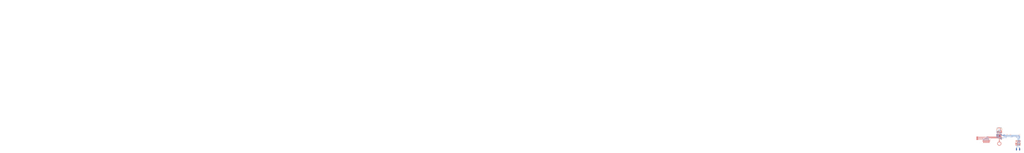
<source format=kicad_pcb>
(kicad_pcb (version 20211014) (generator pcbnew)
  (title_block (title "FLX-F020") (date "2021-09-11") (rev "10") (company "Systemic Games, LLC") (comment 1 "Flexible PCB, 0.13mm thickness"))
  (layers (0 "F.Cu" signal) (31 "B.Cu" signal) (34 "B.Paste" user) (35 "F.Paste" user) (36 "B.SilkS" user "B.Silkscreen") (37 "F.SilkS" user "F.Silkscreen") (38 "B.Mask" user) (39 "F.Mask" user) (44 "Edge.Cuts" user))
  (net 0 "")
  (net 1 "Net-(C1-Pad1)")
  (net 2 "GND")
  (net 3 "VDD")
  (net 4 "Net-(C13-Pad1)")
  (net 5 "VLED")
  (net 6 "Net-(L1-Pad2)")
  (net 7 "Net-(L1-Pad1)")
  (net 8 "+5V")
  (net 9 "Net-(R6-Pad1)")
  (net 10 "/ANT_CHIP")
  (net 11 "/LED_EN")
  (net 12 "Net-(C2-Pad2)")
  (net 13 "Net-(C3-Pad1)")
  (net 14 "Net-(C5-Pad2)")
  (net 15 "Net-(C7-Pad1)")
  (net 16 "Net-(C17-Pad2)")
  (net 17 "Net-(C19-Pad1)")
  (net 18 "Net-(C19-Pad2)")
  (net 19 "Net-(L4-Pad1)")
  (net 20 "RXI")
  (net 21 "TXO")
  (net 22 "SWO")
  (net 23 "RESET")
  (net 24 "SWDCLK")
  (net 25 "SWDIO")
  (net 26 "Net-(R10-Pad1)")
  (net 27 "Net-(R10-Pad2)")
  (net 28 "/LED_DATA")
  (net 29 "/Power/LED_EN_OUT")
  (net 30 "/STATS")
  (net 31 "/VLED_SENSE")
  (net 32 "/5V_SENSE")
  (net 33 "/VBAT_SENSE")
  (net 34 "/Power/MAG1_")
  (net 35 "Net-(R3-Pad1)")
  (net 36 "Net-(D2-Pad3)")
  (net 37 "Net-(D3-Pad3)")
  (net 38 "Net-(D4-Pad3)")
  (net 39 "Net-(D5-Pad3)")
  (net 40 "Net-(D6-Pad3)")
  (net 42 "+BATT")
  (net 47 "Net-(R11-Pad1)")
  (net 48 "/SCL")
  (net 49 "/SDA")
  (net 50 "/ACC_INT")
  (net 51 "/ARC_ANTENNA")
  (footprint "Capacitor_SMD:C_0402_1005Metric" (layer "F.Cu") (at 167.39 106.79)
    (fp_text reference "C16")
    (fp_text value "4.7uF 6.3V 20%")
  )
  (footprint "Pixels-dice:SOT-353_SC-70-5" (layer "F.Cu") (at 168.655 99.335 -90)
    (fp_text reference "U7")
    (fp_text value "74AHC1G08" hide)
  )
  (footprint "TestPoint:TestPoint_THTPad_D1.5mm_Drill0.7mm" (layer "F.Cu") (at 129.1 73.8 150)
    (fp_text reference "P6")
    (fp_text value "COILB")
  )
  (footprint "Resistor_SMD:R_0402_1005Metric" (layer "F.Cu") (at 127.73 81.26 90)
    (fp_text reference "R14")
    (fp_text value "10M 1%")
  )
  (footprint "Capacitor_SMD:C_0402_1005Metric" (layer "F.Cu") (at 128.56 81.265 90)
    (fp_text reference "C6")
    (fp_text value "10nF 25V 10%")
  )
  (footprint "Package_TO_SOT_SMD:SOT-23-5" (layer "F.Cu") (at 171.6575 99.6)
    (fp_text reference "U5")
    (fp_text value "MCP73832T-2ACI/OT")
  )
  (footprint "Package_TO_SOT_SMD:SOT-23" (layer "F.Cu") (at 168.6 104.5 -90)
    (fp_text reference "U8")
    (fp_text value "TMR1366")
  )
  (footprint "TestPoint:TestPoint_THTPad_D1.5mm_Drill0.7mm" (layer "F.Cu") (at 135.1 73.8 150)
    (fp_text reference "P5")
    (fp_text value "COILA")
  )
  (footprint "Pixels-dice:SOT-23-5" (layer "F.Cu") (at 171.7 105.696232 90)
    (fp_text reference "U6")
    (fp_text value "MT9700" hide)
  )
  (footprint "Resistor_SMD:R_0402_1005Metric" (layer "F.Cu") (at 172.15 107.82 180)
    (fp_text reference "R3")
    (fp_text value "10k 5%")
  )
  (footprint "Resistor_SMD:R_0402_1005Metric" (layer "F.Cu") (at 128.11 82.67 180)
    (fp_text reference "R13")
    (fp_text value "4.02M 1%")
  )
  (footprint "Capacitor_SMD:C_0402_1005Metric" (layer "F.Cu") (at 133.73 93.87 -90)
    (fp_text reference "C7")
    (fp_text value "100pF NP0 10V 5%")
  )
  (footprint "Inductor_SMD:L_0805_2012Metric" (layer "F.Cu") (at 136 82.3)
    (fp_text reference "L1")
    (fp_text value "10uH 100mA 10%")
  )
  (footprint "Capacitor_SMD:C_0402_1005Metric" (layer "F.Cu") (at 134.06 81.93 90)
    (fp_text reference "C3")
    (fp_text value "0.1uF 10V 20%")
  )
  (footprint "Resistor_SMD:R_0402_1005Metric" (layer "F.Cu") (at 136.67 92.01 180)
    (fp_text reference "R10")
    (fp_text value "100k 1%")
  )
  (footprint "Package_DFN_QFN:QFN-32-1EP_5x5mm_P0.5mm_EP3.1x3.1mm" (layer "F.Cu") (at 132.86 89.46 -90)
    (fp_text reference "U1")
    (fp_text value "N52810_QFN32")
  )
  (footprint "Capacitor_SMD:C_0402_1005Metric" (layer "F.Cu") (at 127.4225 85.8375)
    (fp_text reference "C10")
    (fp_text value "0.1uF 10V 20%")
  )
  (footprint "Capacitor_SMD:C_0402_1005Metric" (layer "F.Cu") (at 132.9 93.87 -90)
    (fp_text reference "C8")
    (fp_text value "2.2pF NP0 10V 5%")
  )
  (footprint "Capacitor_SMD:C_0402_1005Metric" (layer "F.Cu") (at 169.1 106.8 180)
    (fp_text reference "C23")
    (fp_text value "0.1uF 10V 20%")
  )
  (footprint "Capacitor_SMD:C_0402_1005Metric" (layer "F.Cu") (at 133.63 78.39 90)
    (fp_text reference "C9")
    (fp_text value "4.7uF 6.3V 20%")
  )
  (footprint "Pixels-dice:FPC-POGO-11" (layer "F.Cu") (at 106.94 100.6725 180)
    (fp_text reference "J2")
    (fp_text value "Conn_01x11")
  )
  (footprint "Capacitor_SMD:C_0402_1005Metric" (layer "F.Cu") (at 166.095 98.885 90)
    (fp_text reference "C18")
    (fp_text value "4.7uF 6.3V 20%")
  )
  (footprint "Resistor_SMD:R_0402_1005Metric" (layer "F.Cu") (at 164.805 99.255)
    (fp_text reference "R4")
    (fp_text value "402k 1%")
  )
  (footprint "Capacitor_SMD:C_0402_1005Metric" (layer "F.Cu") (at 164.799 100.045393 180)
    (fp_text reference "C17")
    (fp_text value "22pF 10V 5%")
  )
  (footprint "Pixels-dice:SOT-23-5" (layer "F.Cu") (at 164.92 106.07 -90)
    (fp_text reference "U4")
    (fp_text value "LN3406" hide)
  )
  (footprint "Resistor_SMD:R_0402_1005Metric" (layer "F.Cu") (at 136.67 92.82)
    (fp_text reference "R9")
    (fp_text value "120k 1%")
  )
  (footprint "Capacitor_SMD:C_0402_1005Metric" (layer "F.Cu") (at 127.3925 86.6575)
    (fp_text reference "C4")
    (fp_text value "4.7uF 6.3V 20%")
  )
  (footprint "Inductor_SMD:L_0805_2012Metric" (layer "F.Cu") (at 164.93 103.4)
    (fp_text reference "L4")
    (fp_text value "2.2uH 20mA 10%")
  )
  (footprint "Pixels-dice:FPC_14" (layer "F.Cu") (at 88.86 97.2 90)
    (fp_text reference "J1")
    (fp_text value "Conn_01x14")
  )
  (footprint "Capacitor_SMD:C_0603_1608Metric" (layer "F.Cu") (at 133.7 76 -90)
    (fp_text reference "C13")
    (fp_text value "4.7uF 25V 20%")
  )
  (footprint "Package_TO_SOT_SMD:SOT-363_SC-70-6" (layer "F.Cu") (at 127.3 75.3 -90)
    (fp_text reference "D1")
    (fp_text value "BAV99S")
  )
  (footprint "Capacitor_SMD:C_0402_1005Metric" (layer "F.Cu") (at 136.28 79.2 180)
    (fp_text reference "C15")
    (fp_text value "4.7uF 6.3V 20%")
  )
  (footprint "Inductor_SMD:L_0402_1005Metric" (layer "F.Cu") (at 136.45 80.09 180)
    (fp_text reference "L2")
    (fp_text value "15nH 100mA 5%")
  )
  (footprint "Capacitor_SMD:C_0402_1005Metric" (layer "F.Cu") (at 135.5 81 180)
    (fp_text reference "C1")
    (fp_text value "4.7uF 6.3V 20%")
  )
  (footprint "Capacitor_SMD:C_0402_1005Metric" (layer "F.Cu") (at 131.88 81.265 90)
    (fp_text reference "C21")
    (fp_text value "10nF 25V 10%")
  )
  (footprint "Resistor_SMD:R_0402_1005Metric" (layer "F.Cu") (at 129.84 82.68 180)
    (fp_text reference "R7")
    (fp_text value "4.02M 1%")
  )
  (footprint "Resistor_SMD:R_0402_1005Metric" (layer "F.Cu") (at 131.05 81.265 -90)
    (fp_text reference "R2")
    (fp_text value "10M 1%")
  )
  (footprint "Resistor_SMD:R_0402_1005Metric" (layer "F.Cu") (at 130.22 81.265 90)
    (fp_text reference "R8")
    (fp_text value "10M 1%")
  )
  (footprint "Resistor_SMD:R_0402_1005Metric" (layer "F.Cu") (at 131.56 82.68 180)
    (fp_text reference "R1")
    (fp_text value "4.02M 1%")
  )
  (footprint "Capacitor_SMD:C_0402_1005Metric" (layer "F.Cu") (at 129.39 81.265 90)
    (fp_text reference "C22")
    (fp_text value "10nF 25V 10%")
  )
  (footprint "Pixels-dice:Crystal_SMD_2016-4Pin_2.0x1.6mm" (layer "F.Cu") (at 135.8 95.37 180)
    (fp_text reference "Y1")
    (fp_text value "32MHz 40ppm")
  )
  (footprint "Package_LGA:LGA-12_2x2mm_P0.5mm" (layer "F.Cu") (at 127.78 88.84 180)
    (fp_text reference "U2")
    (fp_text value "KXTJ3-1057")
  )
  (footprint "Capacitor_SMD:C_0402_1005Metric" (layer "F.Cu") (at 132.56 95.12)
    (fp_text reference "C11")
    (fp_text value "DNP")
  )
  (footprint "Inductor_SMD:L_0402_1005Metric" (layer "F.Cu") (at 132.07 93.87 -90)
    (fp_text reference "L5")
    (fp_text value "2.0nH")
  )
  (footprint "Resistor_SMD:R_0402_1005Metric" (layer "F.Cu") (at 164.805 98.435 180)
    (fp_text reference "R5")
    (fp_text value "100k 1%")
  )
  (footprint "Pixels-dice:ARC_Antenna" (layer "F.Cu") (at 132.08 95.625 -90)
    (fp_text reference "AE2" hide)
    (fp_text value "ARC")
  )
  (footprint "Pixels-dice:SOT-23" (layer "F.Cu") (at 136.3 75.8 -90)
    (fp_text reference "U3")
    (fp_text value "HX6306P502MR")
  )
  (footprint "Capacitor_SMD:C_0805_2012Metric" (layer "F.Cu") (at 132.1 73.8 180)
    (fp_text reference "C19")
    (fp_text value "82nF NP0 50V 10%")
  )
  (footprint "Pixels-dice:TEST_PIN" (layer "F.Cu") (at 172.9 103.32)
    (fp_text reference "W21" hide)
    (fp_text value "LED2")
  )
  (footprint "Pixels-dice:TEST_PIN" (layer "F.Cu") (at 166.8 101.4)
    (fp_text reference "W23" hide)
    (fp_text value "MAG1_")
  )
  (footprint "Pixels-dice:TEST_PIN" (layer "F.Cu") (at 166.6 108.22)
    (fp_text reference "W18" hide)
    (fp_text value "FB")
  )
  (footprint "Pixels-dice:TEST_PIN" (layer "F.Cu") (at 127.1 77.7)
    (fp_text reference "W16" hide)
    (fp_text value "VIN")
  )
  (footprint "Pixels-dice:TX1812Z_2020" (layer "B.Cu") (at 156.42 90.94 -90)
    (fp_text reference "D5")
    (fp_text value "TX1812Z_2020")
  )
  (footprint "Pixels-dice:TX1812Z_2020" (layer "B.Cu") (at 144.245902 90.95 -90)
    (fp_text reference "D4")
    (fp_text value "TX1812Z_2020")
  )
  (footprint "Pixels-dice:TX1812Z_2020" (layer "B.Cu") (at 168.59 90.94 -90)
    (fp_text reference "D6")
    (fp_text value "TX1812Z_2020")
  )
  (footprint "Pixels-dice:TX1812Z_2020" (layer "B.Cu") (at 132.08 78.77 90)
    (fp_text reference "D2")
    (fp_text value "TX1812Z_2020")
  )
  (footprint "Pixels-dice:TX1812Z_2020" (layer "B.Cu") (at 168.59 103.11 90)
    (fp_text reference "D7")
    (fp_text value "TX1812Z_2020")
  )
  (footprint "Capacitor_SMD:C_0402_1005Metric" (layer "B.Cu") (at 135.09 95.37 -90)
    (fp_text reference "C5")
    (fp_text value "6pF 10V 10%")
  )
  (footprint "Capacitor_SMD:C_0402_1005Metric" (layer "B.Cu") (at 136.49 95.37 90)
    (fp_text reference "C2")
    (fp_text value "6pF 10V 10%")
  )
  (footprint "Pixels-dice:TX1812Z_2020" (layer "B.Cu") (at 132.08 90.93 -90)
    (fp_text reference "D3")
    (fp_text value "TX1812Z_2020")
  )
  (footprint "Resistor_SMD:R_0402_1005Metric" (layer "B.Cu") (at 172.5 99.3 -90)
    (fp_text reference "R6")
    (fp_text value "10k 5%")
  )
  (footprint "Pixels-dice:Hongjie 10100 Connector" (layer "B.Cu") (at 168.290601 115.336035 180)
    (fp_text reference "J3")
    (fp_text value "Conn_01x02")
  )
  (footprint "Resistor_SMD:R_0402_1005Metric" (layer "B.Cu") (at 128.56 91.23 90)
    (fp_text reference "R11")
    (fp_text value "0 Ohm")
  )
  (footprint "Resistor_SMD:R_0402_1005Metric" (layer "B.Cu") (at 127.86 89.1)
    (fp_text reference "R12")
    (fp_text value "2.7k 5%")
  )
  (footprint "Resistor_SMD:R_0402_1005Metric" (layer "B.Cu") (at 127.8475 88.2775)
    (fp_text reference "R16")
    (fp_text value "2.7k 5%")
  )
  (footprint "Pixels-dice:TEST_PIN" (layer "B.Cu") (at 140.1 89.3 180)
    (fp_text reference "W14" hide)
    (fp_text value "BATT")
  )
  (footprint "Pixels-dice:TEST_PIN" (layer "B.Cu") (at 140.8 87.7 180)
    (fp_text reference "W5" hide)
    (fp_text value "LED_EN")
  )
  (footprint "Pixels-dice:TEST_PIN" (layer "B.Cu") (at 142.3 87.3 180)
    (fp_text reference "W17" hide)
    (fp_text value "STAT")
  )
  (footprint "Pixels-dice:TEST_PIN" (layer "B.Cu") (at 129.3 93.2 180)
    (fp_text reference "W8" hide)
    (fp_text value "SCL")
  )
  (footprint "Pixels-dice:TEST_PIN" (layer "B.Cu") (at 130.4 92.5 180)
    (fp_text reference "W9" hide)
    (fp_text value "SDA")
  )
  (footprint "Pixels-dice:TEST_PIN" (layer "B.Cu") (at 141.6 89.7 180)
    (fp_text reference "W25" hide)
    (fp_text value "VDD")
  )
  (footprint "Pixels-dice:TEST_PIN" (layer "B.Cu") (at 127 79.3 180)
    (fp_text reference "W3" hide)
    (fp_text value "VLED")
  )
  (footprint "Pixels-dice:TEST_PIN" (layer "B.Cu") (at 130.7 82.9 180)
    (fp_text reference "W13" hide)
    (fp_text value "5V_S")
  )
  (footprint "Pixels-dice:TEST_PIN" (layer "B.Cu") (at 129.4 82.2 180)
    (fp_text reference "W20" hide)
    (fp_text value "VBAT_S")
  )
  (footprint "Pixels-dice:Round-Pixels" (layer "B.Cu") (at 132.1 104.4)
    (fp_text reference "REF**" hide)
    (fp_text value "Round-Pixels")
  )
  (footprint "Pixels-dice:TEST_PIN" (layer "B.Cu") (at 134.2 78.3 180)
    (fp_text reference "W22" hide)
    (fp_text value "LED_DATA1")
  )
  (footprint "Pixels-dice:TEST_PIN" (layer "B.Cu") (at 127.4 92.3 180)
    (fp_text reference "W15" hide)
    (fp_text value "+5V")
  )
  (footprint "Pixels-dice:TEST_PIN" (layer "B.Cu") (at 135 83.2 180)
    (fp_text reference "W12" hide)
    (fp_text value "VLED_S")
  )
  (footprint "Pixels-dice:TEST_PIN" (layer "B.Cu") (at 145.1 92.8 180)
    (fp_text reference "W19" hide)
    (fp_text value "GND")
  )
  (gr_circle (center 168.332038 115.269521) (end 173.332038 115.269521) (layer "F.SilkS") (width 0.05) (fill none))
  (gr_line (start 165.014507 110.979502) (end 163.634677 112.294737) (layer "Edge.Cuts") (width 0.05))
  (gr_line (start 138.8602 95.8889) (end 138.8552 95.8889) (layer "Edge.Cuts") (width 0.05))
  (gr_line (start 150.027199 92.99) (end 150.6642 92.99) (layer "Edge.Cuts") (width 0.05))
  (gr_line (start 140.197197 85.35) (end 140.197197 86.019827) (layer "Edge.Cuts") (width 0.05))
  (gr_arc (start 140.197197 86.019827) (mid 140.124824 86.249306) (end 139.933894 86.395745) (layer "Edge.Cuts") (width 0.05))
  (gr_line (start 165.4972 97.5356) (end 164.203534 97.5356) (layer "Edge.Cuts") (width 0.05))
  (gr_line (start 163.324198 113.019612) (end 163.324198 116.859) (layer "Edge.Cuts") (width 0.05))
  (gr_line (start 139.5912 96.0889) (end 139.5912 96.4482) (layer "Edge.Cuts") (width 0.05))
  (gr_arc (start 161.998199 93.15) (mid 162.056778 93.008578) (end 162.198199 92.949999) (layer "Edge.Cuts") (width 0.05))
  (gr_arc (start 165.124713 108.410572) (mid 165.267018 108.469516) (end 165.325962 108.611821) (layer "Edge.Cuts") (width 0.05))
  (gr_arc (start 149.827199 93.19) (mid 149.885778 93.048579) (end 150.027199 92.99) (layer "Edge.Cuts") (width 0.05))
  (gr_line (start 118.6372 103.7) (end 95.1828 103.7) (layer "Edge.Cuts") (width 0.05))
  (gr_arc (start 160.4142 86.1717) (mid 159.88387 85.95203) (end 159.6642 85.4217) (layer "Edge.Cuts") (width 0.05))
  (gr_line (start 137.097197 83.399998) (end 137.097197 83.399999) (layer "Edge.Cuts") (width 0.05))
  (gr_arc (start 154.307198 93.400002) (mid 154.307198 93.400002) (end 154.307198 93.400002) (layer "Edge.Cuts") (width 0.05))
  (gr_line (start 136.497197 83.799998) (end 136.697197 83.799998) (layer "Edge.Cuts") (width 0.05))
  (gr_arc (start 150.0272 86.8586) (mid 149.885779 86.800021) (end 149.8272 86.658599) (layer "Edge.Cuts") (width 0.05))
  (gr_line (start 163.835014 100.249702) (end 163.835014 97.90412) (layer "Edge.Cuts") (width 0.05))
  (gr_arc (start 128.197197 95.699998) (mid 128.621461 95.875734) (end 128.797197 96.299998) (layer "Edge.Cuts") (width 0.05))
  (gr_arc (start 174.207388 99.810106) (mid 173.919342 99.588556) (end 173.8102 99.24194) (layer "Edge.Cuts") (width 0.05))
  (gr_line (start 93.91 97.7) (end 87.83 97.7) (layer "Edge.Cuts") (width 0.05))
  (gr_arc (start 163.324198 113.019612) (mid 163.405084 112.625327) (end 163.634677 112.294737) (layer "Edge.Cuts") (width 0.05))
  (gr_arc (start 149.8272 95.950003) (mid 149.534307 96.657107) (end 148.827203 96.95) (layer "Edge.Cuts") (width 0.05))
  (gr_line (start 159.264198 84.95) (end 151.3272 84.95) (layer "Edge.Cuts") (width 0.05))
  (gr_arc (start 165.697198 97.335598) (mid 165.63862 97.47702) (end 165.497198 97.535598) (layer "Edge.Cuts") (width 0.05))
  (gr_line (start 119.9102 102.427) (end 118.6372 103.7) (layer "Edge.Cuts") (width 0.05))
  (gr_arc (start 163.287976 94.221611) (mid 163.682273 94.493324) (end 163.832199 94.948099) (layer "Edge.Cuts") (width 0.05))
  (gr_line (start 119.9102 94.918731) (end 127.097197 94.918731) (layer "Edge.Cuts") (width 0.05))
  (gr_line (start 161.998199 94.020792) (end 161.998199 93.15) (layer "Edge.Cuts") (width 0.05))
  (gr_line (start 163.144596 87.6717) (end 161.914201 87.6717) (layer "Edge.Cuts") (width 0.05))
  (gr_arc (start 128.3702 83.5644) (mid 128.511621 83.622979) (end 128.5702 83.7644) (layer "Edge.Cuts") (width 0.05))
  (gr_line (start 128.797197 96.299998) (end 128.797197 96.75) (layer "Edge.Cuts") (width 0.05))
  (gr_arc (start 164.090848 85.490929) (mid 164.136284 85.122372) (end 164.4652 84.95) (layer "Edge.Cuts") (width 0.05))
  (gr_arc (start 134.17129 99.883884) (mid 132.069742 109.421) (end 129.969941 99.883499) (layer "Edge.Cuts") (width 0.05))
  (gr_line (start 162.7842 106.322387) (end 162.7842 107.409594) (layer "Edge.Cuts") (width 0.05))
  (gr_line (start 162.9982 93.15) (end 162.9982 93.8371) (layer "Edge.Cuts") (width 0.05))
  (gr_arc (start 163.835014 100.249702) (mid 163.645373 100.717251) (end 163.183616 100.920589) (layer "Edge.Cuts") (width 0.05))
  (gr_line (start 139.8912 96.949999) (end 148.8272 96.95) (layer "Edge.Cuts") (width 0.05))
  (gr_arc (start 161.178924 95.100271) (mid 160.965248 95.646695) (end 160.414753 95.849655) (layer "Edge.Cuts") (width 0.05))
  (gr_arc (start 171.61746 110.97943) (mid 171.402823 110.658112) (end 171.327421 110.279128) (layer "Edge.Cuts") (width 0.05))
  (gr_arc (start 173.031461 112.394051) (mid 173.248119 112.71842) (end 173.324197 113.101001) (layer "Edge.Cuts") (width 0.05))
  (gr_line (start 134.593988 96.95) (end 136.6552 96.95) (layer "Edge.Cuts") (width 0.05))
  (gr_line (start 139.5912 96.4482) (end 139.5912 96.65) (layer "Edge.Cuts") (width 0.05))
  (gr_line (start 126.0702 85.5644) (end 126.0702 90.2) (layer "Edge.Cuts") (width 0.05))
  (gr_arc (start 139.391203 95.8889) (mid 139.532622 95.94748) (end 139.5912 96.0889) (layer "Edge.Cuts") (width 0.05))
  (gr_arc (start 127.8702 83.5644) (mid 127.473337 83.4144) (end 127.274906 83.0394) (layer "Edge.Cuts") (width 0.05))
  (gr_line (start 127.497197 95.699998) (end 128.197197 95.699998) (layer "Edge.Cuts") (width 0.05))
  (gr_line (start 137.855199 95.149999) (end 138.455201 95.149999) (layer "Edge.Cuts") (width 0.05))
  (gr_arc (start 127.076475 82.8644) (mid 127.208762 82.9144) (end 127.274906 83.0394) (layer "Edge.Cuts") (width 0.05))
  (gr_arc (start 174.384192 94.095268) (mid 174.314695 94.408487) (end 174.116889 94.661091) (layer "Edge.Cuts") (width 0.05))
  (gr_arc (start 172.638199 97.535601) (mid 172.496778 97.477022) (end 172.438199 97.3356) (layer "Edge.Cuts") (width 0.05))
  (gr_line (start 159.6642 85.4217) (end 159.664201 85.350001) (layer "Edge.Cuts") (width 0.05))
  (gr_arc (start 128.997197 96.95) (mid 128.855776 96.891421) (end 128.797197 96.75) (layer "Edge.Cuts") (width 0.05))
  (gr_line (start 138.6552 95.35) (end 138.6552 95.6889) (layer "Edge.Cuts") (width 0.05))
  (gr_line (start 150.9642 93.344751) (end 152.5142 93.344751) (layer "Edge.Cuts") (width 0.05))
  (gr_arc (start 163.835014 97.90412) (mid 163.942962 97.643526) (end 164.203565 97.5356) (layer "Edge.Cuts") (width 0.05))
  (gr_arc (start 134.17129 99.883884) (mid 133.733302 99.501315) (end 133.5702 98.943112) (layer "Edge.Cuts") (width 0.05))
  (gr_line (start 149.326673 84.95) (end 140.597197 84.95) (layer "Edge.Cuts") (width 0.05))
  (gr_arc (start 129.5702 96.949995) (mid 130.285451 97.250863) (end 130.5702 97.972683) (layer "Edge.Cuts") (width 0.05))
  (gr_line (start 87.83 90.2) (end 126.0702 90.2) (layer "Edge.Cuts") (width 0.05))
  (gr_line (start 173.031461 112.394051) (end 171.61746 110.97943) (layer "Edge.Cuts") (width 0.05))
  (gr_arc (start 161.914201 87.6717) (mid 161.38387 87.452031) (end 161.1642 86.9217) (layer "Edge.Cuts") (width 0.05))
  (gr_line (start 127.8702 83.5644) (end 128.3702 83.5644) (layer "Edge.Cuts") (width 0.05))
  (gr_arc (start 127.497197 95.699998) (mid 127.355776 95.641419) (end 127.297197 95.499998) (layer "Edge.Cuts") (width 0.05))
  (gr_line (start 173.2542 107.097122) (end 173.2542 108.005) (layer "Edge.Cuts") (width 0.05))
  (gr_circle (center 132.0702 104.421) (end 134.5702 104.421) (layer "Edge.Cuts") (width 0.05) (fill none))
  (gr_arc (start 173.384198 84.950001) (mid 174.091306 85.242894) (end 174.384199 85.950001) (layer "Edge.Cuts") (width 0.05))
  (gr_line (start 162.7842 101.331955) (end 162.7842 106.322387) (layer "Edge.Cuts") (width 0.05))
  (gr_arc (start 137.097197 83.399999) (mid 137.214354 83.117156) (end 137.497198 82.999999) (layer "Edge.Cuts") (width 0.05))
  (gr_line (start 137.497198 82.999999) (end 137.670199 82.999999) (layer "Edge.Cuts") (width 0.05))
  (gr_arc (start 173.324201 116.867277) (mid 168.321179 120.512086) (end 163.324198 116.859) (layer "Edge.Cuts") (width 0.05))
  (gr_line (start 130.5702 97.972683) (end 130.5702 98.944217) (layer "Edge.Cuts") (width 0.05))
  (gr_line (start 171.327421 110.279128) (end 171.327197 108.587896) (layer "Edge.Cuts") (width 0.05))
  (gr_arc (start 163.785178 108.410572) (mid 163.07738 108.117392) (end 162.7842 107.409594) (layer "Edge.Cuts") (width 0.05))
  (gr_line (start 93.91 102.427) (end 93.91 97.7) (layer "Edge.Cuts") (width 0.05))
  (gr_arc (start 133.5702 97.973788) (mid 133.870061 97.249861) (end 134.593988 96.95) (layer "Edge.Cuts") (width 0.05))
  (gr_line (start 139.933894 86.395745) (end 139.163424 86.675915) (layer "Edge.Cuts") (width 0.05))
  (gr_line (start 173.26926 97.5356) (end 172.6382 97.5356) (layer "Edge.Cuts") (width 0.05))
  (gr_arc (start 174.207388 99.810106) (mid 174.335614 99.908731) (end 174.3842 100.063031) (layer "Edge.Cuts") (width 0.05))
  (gr_line (start 171.50807 108.407) (end 172.854195 108.406995) (layer "Edge.Cuts") (width 0.05))
  (gr_line (start 126.2702 82.8644) (end 127.076475 82.8644) (layer "Edge.Cuts") (width 0.05))
  (gr_arc (start 137.6552 95.950003) (mid 137.362307 96.657107) (end 136.655203 96.95) (layer "Edge.Cuts") (width 0.05))
  (gr_arc (start 173.26926 97.5356) (mid 173.651762 97.694038) (end 173.8102 98.07654) (layer "Edge.Cuts") (width 0.05))
  (gr_line (start 126.0702 74.0644) (end 126.0702 82.6644) (layer "Edge.Cuts") (width 0.05))
  (gr_line (start 126.697197 73.8644) (end 126.2702 73.8644) (layer "Edge.Cuts") (width 0.05))
  (gr_arc (start 172.438199 96.7356) (mid 172.496778 96.594178) (end 172.638199 96.535599) (layer "Edge.Cuts") (width 0.05))
  (gr_arc (start 127.070202 96.949999) (mid 127.070202 96.949999) (end 127.070202 96.949999) (layer "Edge.Cuts") (width 0.05))
  (gr_arc (start 161.178924 95.100271) (mid 161.317582 94.644901) (end 161.714496 94.382132) (layer "Edge.Cuts") (width 0.05))
  (gr_arc (start 160.4142 86.1717) (mid 160.94453 86.39137) (end 161.1642 86.9217) (layer "Edge.Cuts") (width 0.05))
  (gr_arc (start 149.326673 84.95) (mid 149.674973 85.091063) (end 149.826951 85.434742) (layer "Edge.Cuts") (width 0.05))
  (gr_line (start 119.9102 94.918731) (end 119.9102 102.427) (layer "Edge.Cuts") (width 0.05))
  (gr_arc (start 152.5142 93.344751) (mid 153.57486 93.784091) (end 154.0142 94.844751) (layer "Edge.Cuts") (width 0.05))
  (gr_arc (start 164.232202 96.5356) (mid 163.949357 96.418443) (end 163.832199 96.135599) (layer "Edge.Cuts") (width 0.05))
  (gr_line (start 126.8562 85.3644) (end 126.2702 85.3644) (layer "Edge.Cuts") (width 0.05))
  (gr_line (start 164.090848 85.490929) (end 164.161234 85.677896) (layer "Edge.Cuts") (width 0.05))
  (gr_line (start 163.832199 94.948099) (end 163.832199 96.135599) (layer "Edge.Cuts") (width 0.05))
  (gr_arc (start 159.664201 96.55) (mid 159.887283 96.036723) (end 160.414753 95.849655) (layer "Edge.Cuts") (width 0.05))
  (gr_line (start 149.8272 95.95) (end 149.8272 93.29) (layer "Edge.Cuts") (width 0.05))
  (gr_arc (start 174.3842 105.96705) (mid 174.267056 106.249977) (end 173.984151 106.367175) (layer "Edge.Cuts") (width 0.05))
  (gr_arc (start 162.798201 92.949999) (mid 162.939622 93.008578) (end 162.998201 93.149999) (layer "Edge.Cuts") (width 0.05))
  (gr_arc (start 150.6642 92.99) (mid 150.770266 93.033934) (end 150.8142 93.14) (layer "Edge.Cuts") (width 0.05))
  (gr_arc (start 137.097197 83.399998) (mid 136.98004 83.682841) (end 136.697197 83.799998) (layer "Edge.Cuts") (width 0.05))
  (gr_line (start 128.3702 85.3644) (end 126.8562 85.3644) (layer "Edge.Cuts") (width 0.05))
  (gr_line (start 150.6272 86.8586) (end 150.0272 86.8586) (layer "Edge.Cuts") (width 0.05))
  (gr_line (start 129.5702 96.95) (end 128.997197 96.95) (layer "Edge.Cuts") (width 0.05))
  (gr_arc (start 139.163424 86.675915) (mid 139.096128 86.693931) (end 139.026727 86.699998) (layer "Edge.Cuts") (width 0.05))
  (gr_line (start 173.8102 99.24194) (end 173.8102 98.07654) (layer "Edge.Cuts") (width 0.05))
  (gr_line (start 164.232202 96.5356) (end 165.4972 96.5356) (layer "Edge.Cuts") (width 0.05))
  (gr_line (start 137.6552 95.95) (end 137.6552 95.35) (layer "Edge.Cuts") (width 0.05))
  (gr_line (start 172.6382 96.5356) (end 173.3842 96.5356) (layer "Edge.Cuts") (width 0.05))
  (gr_line (start 173.443231 96.5356) (end 173.3842 96.5356) (layer "Edge.Cuts") (width 0.05))
  (gr_line (start 165.325962 108.611821) (end 165.325962 110.252351) (layer "Edge.Cuts") (width 0.05))
  (gr_line (start 163.832202 86.674363) (end 163.832126 86.984339) (layer "Edge.Cuts") (width 0.05))
  (gr_arc (start 159.664201 96.55) (mid 159.547044 96.832843) (end 159.264202 96.95) (layer "Edge.Cuts") (width 0.05))
  (gr_arc (start 130.5702 98.944217) (mid 130.407319 99.501568) (end 129.969941 99.883499) (layer "Edge.Cuts") (width 0.05))
  (gr_arc (start 150.827201 86.658601) (mid 150.768622 86.800022) (end 150.627201 86.858601) (layer "Edge.Cuts") (width 0.05))
  (gr_line (start 150.8142 93.14) (end 150.8142 93.194751) (layer "Edge.Cuts") (width 0.05))
  (gr_arc (start 173.2542 108.005) (mid 173.137161 108.288551) (end 172.854195 108.406995) (layer "Edge.Cuts") (width 0.05))
  (gr_arc (start 171.327197 108.587896) (mid 171.380165 108.459985) (end 171.50807 108.407) (layer "Edge.Cuts") (width 0.05))
  (gr_line (start 138.0702 82.599999) (end 138.0702 73.8644) (layer "Edge.Cuts") (width 0.05))
  (gr_line (start 137.28004 86.582841) (end 136.214354 85.517155) (layer "Edge.Cuts") (width 0.05))
  (gr_arc (start 164.161234 85.677896) (mid 164.176815 86.16035) (end 163.895072 86.552301) (layer "Edge.Cuts") (width 0.05))
  (gr_line (start 136.097197 85.234313) (end 136.097197 84.199998) (layer "Edge.Cuts") (width 0.05))
  (gr_line (start 174.3842 93.7) (end 174.3842 85.95) (layer "Edge.Cuts") (width 0.05))
  (gr_arc (start 154.4142 96.949999) (mid 154.131357 96.832842) (end 154.0142 96.549999) (layer "Edge.Cuts") (width 0.05))
  (gr_arc (start 136.097197 84.199998) (mid 136.214354 83.917155) (end 136.497197 83.799998) (layer "Edge.Cuts") (width 0.05))
  (gr_arc (start 127.3 73.3) (mid 127.420185 72.988604) (end 127.73 72.8644) (layer "Edge.Cuts") (width 0.05))
  (gr_arc (start 165.497201 96.535599) (mid 165.638622 96.594178) (end 165.697201 96.735599) (layer "Edge.Cuts") (width 0.05))
  (gr_arc (start 136.214354 85.517155) (mid 136.127645 85.387386) (end 136.097197 85.234313) (layer "Edge.Cuts") (width 0.05))
  (gr_line (start 139.0882 95.8889) (end 139.3912 95.8889) (layer "Edge.Cuts") (width 0.05))
  (gr_arc (start 159.264198 84.95) (mid 159.547043 85.067157) (end 159.664201 85.350001) (layer "Edge.Cuts") (width 0.05))
  (gr_line (start 173.3842 84.95) (end 164.4652 84.95) (layer "Edge.Cuts") (width 0.05))
  (gr_arc (start 137.655199 95.35) (mid 137.713778 95.208578) (end 137.855199 95.149999) (layer "Edge.Cuts") (width 0.05))
  (gr_arc (start 163.832202 86.674363) (mid 163.848851 86.605716) (end 163.895072 86.552301) (layer "Edge.Cuts") (width 0.05))
  (gr_line (start 139.026727 86.699998) (end 137.562882 86.699998) (layer "Edge.Cuts") (width 0.05))
  (gr_line (start 149.827199 93.29) (end 149.827199 93.19) (layer "Edge.Cuts") (width 0.05))
  (gr_arc (start 163.287976 94.221611) (mid 163.078756 94.077838) (end 162.9982 93.8371) (layer "Edge.Cuts") (width 0.05))
  (gr_line (start 174.384192 94.095268) (end 174.3842 93.7) (layer "Edge.Cuts") (width 0.05))
  (gr_arc (start 138.8552 95.8889) (mid 138.713779 95.830321) (end 138.6552 95.6889) (layer "Edge.Cuts") (width 0.05))
  (gr_line (start 149.8272 86.6586) (end 149.8272 85.455941) (layer "Edge.Cuts") (width 0.05))
  (gr_line (start 95.1828 103.7) (end 93.91 102.427) (layer "Edge.Cuts") (width 0.05))
  (gr_line (start 150.8272 85.45) (end 150.8272 86.6586) (layer "Edge.Cuts") (width 0.05))
  (gr_line (start 127.297197 95.118731) (end 127.297197 95.499998) (layer "Edge.Cuts") (width 0.05))
  (gr_arc (start 163.832126 86.984339) (mid 163.630693 87.470387) (end 163.144596 87.6717) (layer "Edge.Cuts") (width 0.05))
  (gr_arc (start 126.0702 74.0644) (mid 126.128779 73.922979) (end 126.2702 73.8644) (layer "Edge.Cuts") (width 0.05))
  (gr_arc (start 139.8912 96.949999) (mid 139.679069 96.862131) (end 139.591201 96.65) (layer "Edge.Cuts") (width 0.05))
  (gr_arc (start 150.9642 93.344751) (mid 150.858134 93.300817) (end 150.8142 93.194751) (layer "Edge.Cuts") (width 0.05))
  (gr_line (start 172.438199 97.3356) (end 172.438199 96.7356) (layer "Edge.Cuts") (width 0.05))
  (gr_arc (start 126.070199 85.5644) (mid 126.128778 85.422978) (end 126.270199 85.364399) (layer "Edge.Cuts") (width 0.05))
  (gr_arc (start 138.455201 95.149999) (mid 138.596622 95.208578) (end 138.655201 95.349999) (layer "Edge.Cuts") (width 0.05))
  (gr_line (start 128.5702 83.7644) (end 128.5702 85.1644) (layer "Edge.Cuts") (width 0.05))
  (gr_line (start 133.5702 98.943112) (end 133.5702 97.973788) (layer "Edge.Cuts") (width 0.05))
  (gr_arc (start 161.998199 94.020792) (mid 161.918799 94.250495) (end 161.714496 94.382132) (layer "Edge.Cuts") (width 0.05))
  (gr_arc (start 173.807089 95.23346) (mid 173.889506 94.908044) (end 174.116889 94.661091) (layer "Edge.Cuts") (width 0.05))
  (gr_arc (start 128.5702 85.1644) (mid 128.511621 85.305821) (end 128.3702 85.3644) (layer "Edge.Cuts") (width 0.05))
  (gr_line (start 154.0142 94.844751) (end 154.0142 96.549999) (layer "Edge.Cuts") (width 0.05))
  (gr_arc (start 126.2702 82.8644) (mid 126.128779 82.805821) (end 126.0702 82.6644) (layer "Edge.Cuts") (width 0.05))
  (gr_line (start 174.3842 105.967128) (end 174.3842 100.063031) (layer "Edge.Cuts") (width 0.05))
  (gr_line (start 173.324197 116.86729) (end 173.324197 113.100999) (layer "Edge.Cuts") (width 0.05))
  (gr_arc (start 127.3 73.3) (mid 127.110089 73.701276) (end 126.697197 73.8644) (layer "Edge.Cuts") (width 0.05))
  (gr_line (start 139.0882 95.8889) (end 138.8602 95.8889) (layer "Edge.Cuts") (width 0.05))
  (gr_arc (start 137.562882 86.699998) (mid 137.409809 86.66955) (end 137.28004 86.582841) (layer "Edge.Cuts") (width 0.05))
  (gr_arc (start 173.807094 96.171736) (mid 173.700521 96.429027) (end 173.443231 96.5356) (layer "Edge.Cuts") (width 0.05))
  (gr_line (start 87.83 90.2) (end 87.83 97.7) (layer "Edge.Cuts") (width 0.05))
  (gr_arc (start 138.0702 82.599999) (mid 137.953042 82.882842) (end 137.670199 82.999999) (layer "Edge.Cuts") (width 0.05))
  (gr_arc (start 165.325962 110.252351) (mid 165.244821 110.647874) (end 165.014507 110.979502) (layer "Edge.Cuts") (width 0.05))
  (gr_arc (start 150.8272 85.450001) (mid 150.973647 85.096447) (end 151.3272 84.95) (layer "Edge.Cuts") (width 0.05))
  (gr_arc (start 162.7842 101.331955) (mid 162.900482 101.045269) (end 163.183616 100.920589) (layer "Edge.Cuts") (width 0.05))
  (gr_line (start 149.826951 85.434742) (end 149.8272 85.455941) (layer "Edge.Cuts") (width 0.05))
  (gr_arc (start 173.2542 107.097122) (mid 173.467998 106.58097) (end 173.984151 106.367175) (layer "Edge.Cuts") (width 0.05))
  (gr_line (start 165.6972 96.7356) (end 165.6972 97.3356) (layer "Edge.Cuts") (width 0.05))
  (gr_arc (start 127.097197 94.918731) (mid 127.238619 94.977309) (end 127.297197 95.118731) (layer "Edge.Cuts") (width 0.05))
  (gr_line (start 163.785178 108.410572) (end 165.124713 108.410572) (layer "Edge.Cuts") (width 0.05))
  (gr_line (start 154.4142 96.949999) (end 159.264202 96.95) (layer "Edge.Cuts") (width 0.05))
  (gr_arc (start 140.197197 85.35) (mid 140.314354 85.067157) (end 140.597197 84.95) (layer "Edge.Cuts") (width 0.05))
  (gr_line (start 162.1982 92.95) (end 162.7982 92.95) (layer "Edge.Cuts") (width 0.05))
  (gr_line (start 137.0702 72.8644) (end 127.73 72.8644) (layer "Edge.Cuts") (width 0.05))
  (gr_arc (start 137.070198 72.864401) (mid 137.777306 73.157294) (end 138.070199 73.864401) (layer "Edge.Cuts") (width 0.05))
  (gr_line (start 173.807094 96.171736) (end 173.807089 95.23346) (layer "Edge.Cuts") (width 0.05))
  (gr_text "D6:5\nD4:X" (at 133.79 88.66) (layer "B.SilkS") (effects (font (size 1 1)) (justify mirror)))
  (gr_text "D6:1\nD4:1" (at 129.35 76.22) (layer "B.SilkS") (effects (font (size 1 1)) (justify mirror)))
  (gr_text "P+" (at 171.4 111.6) (layer "B.SilkS") (effects (font (size 0.5 0.5) (thickness 0.1)) (justify mirror)))
  (gr_text "P-" (at 165.5 111.6) (layer "B.SilkS") (effects (font (size 0.5 0.5) (thickness 0.1)) (justify mirror)))
  (gr_text "D6:6\nD4:4" (at 165.4 106.06) (layer "B.SilkS") (effects (font (size 1 1)) (justify mirror)))
  (gr_text "D6:4\nD4:2" (at 146.83 87.28) (layer "B.SilkS") (effects (font (size 1 1)) (justify mirror)))
  (gr_text "D6:2\nD4:X" (at 153.53 87.32) (layer "B.SilkS") (effects (font (size 1 1)) (justify mirror)))
  (gr_text "D6:3\nD4:3" (at 171.01 87.57) (layer "B.SilkS") (effects (font (size 1 1)) (justify mirror)))
  (gr_text "P-" (at 165.340601 111.966035) (layer "F.SilkS") (effects (font (size 0.5 0.5) (thickness 0.1))))
  (gr_text "P+" (at 171.340601 111.966035) (layer "F.SilkS") (effects (font (size 0.5 0.5) (thickness 0.1))))
  (segment (start 136.325 87.175) (end 136.46 87.31) (width 0.2) (layer "F.Cu") (net 1))
  (segment (start 136 86.85) (end 135.37 86.22) (width 0.2) (layer "F.Cu") (net 1))
  (segment (start 136 81.02) (end 136.12 80.9) (width 0.2) (layer "F.Cu") (net 1))
  (segment (start 136.325 87.175) (end 136 86.85) (width 0.2) (layer "F.Cu") (net 1))
  (segment (start 135.37 86.22) (end 135.37 83.57) (width 0.2) (layer "F.Cu") (net 1))
  (segment (start 135.97 80.9) (end 135.97 80.095) (width 0.2) (layer "F.Cu") (net 1))
  (segment (start 135.37 83.57) (end 136 82.94) (width 0.2) (layer "F.Cu") (net 1))
  (segment (start 136 82.58) (end 136 81.02) (width 0.2) (layer "F.Cu") (net 1))
  (segment (start 136 82.94) (end 136 82.58) (width 0.2) (layer "F.Cu") (net 1))
  (segment (start 135.88 88.71) (end 135.2975 88.71) (width 0.2) (layer "F.Cu") (net 1))
  (segment (start 136.46 87.31) (end 136.46 88.13) (width 0.2) (layer "F.Cu") (net 1))
  (segment (start 136.46 88.13) (end 135.88 88.71) (width 0.2) (layer "F.Cu") (net 1))
  (segment (start 131.07 93.11) (end 129.95 94.23) (width 0.2) (layer "F.Cu") (net 2))
  (segment (start 135.1 93.69) (end 135.1 94.82) (width 0.2) (layer "F.Cu") (net 2))
  (segment (start 127.53 88.39) (end 127.53 88.0775) (width 0.2) (layer "F.Cu") (net 2))
  (segment (start 127.73 80.775) (end 127.295 80.775) (width 0.2) (layer "F.Cu") (net 2))
  (segment (start 127.03 83.03) (end 127.9075 83.9075) (width 0.2) (layer "F.Cu") (net 2))
  (segment (start 136.49 93.68) (end 136.185 93.455) (width 0.2) (layer "F.Cu") (net 2))
  (segment (start 127.8725 87.1675) (end 127.8725 86.6575) (width 0.2) (layer "F.Cu") (net 2))
  (segment (start 168.61641 104.64) (end 167.52 104.64) (width 0.2) (layer "F.Cu") (net 2))
  (segment (start 127.53 87.51) (end 127.665 87.375) (width 0.2) (layer "F.Cu") (net 2))
  (segment (start 127.665 87.375) (end 127.8725 87.1675) (width 0.2) (layer "F.Cu") (net 2))
  (segment (start 135.8 79.2) (end 135.37 79.2) (width 0.2) (layer "F.Cu") (net 2))
  (segment (start 168.61641 104.64) (end 168.61641 106.79859) (width 0.2) (layer "F.Cu") (net 2))
  (segment (start 132.61 91.8975) (end 132.61 92.62) (width 0.2) (layer "F.Cu") (net 2))
  (segment (start 133.04 95.12) (end 133.5 95.12) (width 0.2) (layer "F.Cu") (net 2))
  (segment (start 112.04 96.2) (end 113.29 97.45) (width 0.2) (layer "F.Cu") (net 2))
  (segment (start 167.645 98.405) (end 167.665 98.385) (width 0.2) (layer "F.Cu") (net 2))
  (segment (start 168.615 106.8) (end 168.615 107.405) (width 0.2) (layer "F.Cu") (net 2))
  (segment (start 128.56 80.78) (end 127.735 80.78) (width 0.2) (layer "F.Cu") (net 2))
  (segment (start 131.05 80.78) (end 130.22 80.78) (width 0.2) (layer "F.Cu") (net 2))
  (segment (start 113.29 99.4025) (end 113.29 98.15) (width 0.2) (layer "F.Cu") (net 2))
  (segment (start 100.34 94.2) (end 91.68 94.2) (width 0.2) (layer "F.Cu") (net 2))
  (segment (start 132.61 92.62) (end 132.62 92.63) (width 0.2) (layer "F.Cu") (net 2))
  (segment (start 131.88 80.78) (end 131.05 80.78) (width 0.2) (layer "F.Cu") (net 2))
  (segment (start 166.095 98.405) (end 167.645 98.405) (width 0.2) (layer "F.Cu") (net 2))
  (segment (start 100.55 96.2) (end 91.62 96.2) (width 0.2) (layer "F.Cu") (net 2))
  (segment (start 168.615 107.405) (end 169.04 107.83) (width 0.2) (layer "F.Cu") (net 2))
  (segment (start 100.34 96.2) (end 112.04 96.2) (width 0.2) (layer "F.Cu") (net 2))
  (segment (start 91.18 93.7) (end 91.68 94.2) (width 0.2) (layer "F.Cu") (net 2))
  (segment (start 128.3 87.18) (end 127.86 87.18) (width 0.2) (layer "F.Cu") (net 2))
  (segment (start 166.31 105.85) (end 166.84 105.32) (width 0.2) (layer "F.Cu") (net 2))
  (segment (start 88.86 93.7) (end 91.18 93.7) (width 0.2) (layer "F.Cu") (net 2))
  (segment (start 168.925 99.425) (end 169.525 99.425) (width 0.2) (layer "F.Cu") (net 2))
  (segment (start 127.86 87.18) (end 127.665 87.375) (width 0.2) (layer "F.Cu") (net 2))
  (segment (start 164.92 104.97) (end 164.92 105.55) (width 0.2) (layer "F.Cu") (net 2))
  (segment (start 135.2975 89.21) (end 133.11 89.21) (width 0.2) (layer "F.Cu") (net 2))
  (segment (start 127.295 80.775) (end 127.03 81.04) (width 0.2) (layer "F.Cu") (net 2))
  (segment (start 127.0175 89.09) (end 127.0175 88.59) (width 0.2) (layer "F.Cu") (net 2))
  (segment (start 168.005 98.385) (end 167.665 98.385) (width 0.2) (layer "F.Cu") (net 2))
  (segment (start 135.09 93.68) (end 135.1 93.69) (width 0.2) (layer "F.Cu") (net 2))
  (segment (start 127.53 88.0775) (end 127.53 87.51) (width 0.2) (layer "F.Cu") (net 2))
  (segment (start 113.29 97.45) (end 113.29 98.15) (width 0.2) (layer "F.Cu") (net 2))
  (segment (start 91.12 95.7) (end 91.62 96.2) (width 0.2) (layer "F.Cu") (net 2))
  (segment (start 130.22 80.78) (end 130.22 78.31) (width 0.2) (layer "F.Cu") (net 2))
  (segment (start 127.03 81.04) (end 127.03 83.03) (width 0.2) (layer "F.Cu") (net 2))
  (segment (start 129.39 80.78) (end 128.56 80.78) (width 0.2) (layer "F.Cu") (net 2))
  (segment (start 129.95 94.23) (end 117.21 94.23) (width 0.2) (layer "F.Cu") (net 2))
  (segment (start 136.5 95.92) (end 136.5 96.44) (width 0.2) (layer "F.Cu") (net 2))
  (segment (start 167.87 106.79) (end 168.605 106.79) (width 0.2) (layer "F.Cu") (net 2))
  (segment (start 127.9075 83.9075) (end 127.9075 85.8375) (width 0.2) (layer "F.Cu") (net 2))
  (segment (start 117.21 94.23) (end 113.29 98.15) (width 0.2) (layer "F.Cu") (net 2))
  (segment (start 127.9075 86.6225) (end 127.8725 86.6575) (width 0.2) (layer "F.Cu") (net 2))
  (segment (start 127.33 88.59) (end 127.53 88.39) (width 0.2) (layer "F.Cu") (net 2))
  (segment (start 88.86 95.7) (end 91.12 95.7) (width 0.2) (layer "F.Cu") (net 2))
  (segment (start 132.61 90.78) (end 133 90.39) (width 0.2) (layer "F.Cu") (net 2))
  (segment (start 133.32 89.92) (end 132.86 89.46) (width 0.2) (layer "F.Cu") (net 2))
  (segment (start 133.32 90.38) (end 133.32 89.92) (width 0.2) (layer "F.Cu") (net 2))
  (segment (start 88.86 94.2) (end 91.68 94.2) (width 0.2) (layer "F.Cu") (net 2))
  (segment (start 132.9 94.355) (end 132.9 94.98) (width 0.2) (layer "F.Cu") (net 2))
  (segment (start 168.605 106.79) (end 168.615 106.8) (width 0.2) (layer "F.Cu") (net 2))
  (segment (start 135.02 79.55) (end 135.36 79.21) (width 0.2) (layer "F.Cu") (net 2))
  (segment (start 165.22 105.85) (end 166.31 105.85) (width 0.2) (layer "F.Cu") (net 2))
  (segment (start 135.37 79.2) (end 135.36 79.21) (width 0.2) (layer "F.Cu") (net 2))
  (segment (start 132.9 94.355) (end 133.305 94.355) (width 0.2) (layer "F.Cu") (net 2))
  (segment (start 127.735 80.78) (end 127.73 80.775) (width 0.2) (layer "F.Cu") (net 2))
  (segment (start 100.64 97.7) (end 100.64 99.3525) (width 0.2) (layer "F.Cu") (net 2))
  (segment (start 134.19 78.32) (end 134.16 78.29) (width 0.2) (layer "F.Cu") (net 2))
  (segment (start 164.92 105.55) (end 165.22 105.85) (width 0.2) (layer "F.Cu") (net 2))
  (segment (start 133.11 89.21) (end 132.86 89.46) (width 0.2) (layer "F.Cu") (net 2))
  (segment (start 136.5 96.44) (end 136.49 96.45) (width 0.2) (layer "F.Cu") (net 2))
  (segment (start 132.61 91.8975) (end 132.61 90.78) (width 0.2) (layer "F.Cu") (net 2))
  (segment (start 166.065 98.435) (end 166.095 98.405) (width 0.2) (layer "F.Cu") (net 2))
  (segment (start 132.9 94.98) (end 133.04 95.12) (width 0.2) (layer "F.Cu") (net 2))
  (segment (start 136.185 93.455) (end 136.185 92.82) (width 0.2) (layer "F.Cu") (net 2))
  (segment (start 130.22 78.31) (end 130.24 78.29) (width 0.2) (layer "F.Cu") (net 2))
  (segment (start 170.5575 99.775) (end 173.7325 99.775) (width 0.2) (layer "F.Cu") (net 2))
  (segment (start 127.9075 85.8375) (end 127.9075 86.6225) (width 0.2) (layer "F.Cu") (net 2))
  (segment (start 128.3 87.085) (end 128.3 87.18) (width 0.2) (layer "F.Cu") (net 2))
  (segment (start 169.875 99.775) (end 170.5575 99.775) (width 0.2) (layer "F.Cu") (net 2))
  (segment (start 169.525 99.425) (end 169.875 99.775) (width 0.2) (layer "F.Cu") (net 2))
  (segment (start 131.33 93.11) (end 131.07 93.11) (width 0.2) (layer "F.Cu") (net 2))
  (segment (start 127.0175 88.59) (end 127.33 88.59) (width 0.2) (layer "F.Cu") (net 2))
  (segment (start 133.305 94.355) (end 133.31 94.36) (width 0.2) (layer "F.Cu") (net 2))
  (segment (start 165.29 98.435) (end 166.065 98.435) (width 0.2) (layer "F.Cu") (net 2))
  (segment (start 130.22 80.78) (end 129.39 80.78) (width 0.2) (layer "F.Cu") (net 2))
  (segment (start 173.7325 99.775) (end 173.7475 99.76) (width 0.2) (layer "F.Cu") (net 2))
  (segment (start 167.52 104.64) (end 166.84 105.32) (width 0.2) (layer "F.Cu") (net 2))
  (segment (start 169.04 107.83) (end 171.91 107.83) (width 0.2) (layer "F.Cu") (net 2))
  (segment (start 168.61641 106.79859) (end 168.615 106.8) (width 0.2) (layer "F.Cu") (net 2))
  (segment (start 135.02 81) (end 135.02 79.55) (width 0.2) (layer "F.Cu") (net 2))
  (segment (start 100.64 99.3525) (end 100.59 99.4025) (width 0.2) (layer "F.Cu") (net 2))
  (segment (start 88.86 96.2) (end 91.62 96.2) (width 0.2) (layer "F.Cu") (net 2))
  (segment (start 133.5 95.12) (end 133.51 95.11) (width 0.2) (layer "F.Cu") (net 2))
  (via (at 135.09 93.68) (size 0.45) (drill 0.15) (layers "F.Cu" "B.Cu") (net 2))
  (via (at 100.34 94.2) (size 0.45) (drill 0.15) (layers "F.Cu" "B.Cu") (net 2))
  (via (at 132.62 92.63) (size 0.45) (drill 0.15) (layers "F.Cu" "B.Cu") (net 2))
  (via (at 133.51 95.11) (size 0.45) (drill 0.15) (layers "F.Cu" "B.Cu") (net 2))
  (via (at 166.84 105.32) (size 0.45) (drill 0.15) (layers "F.Cu" "B.Cu") (net 2))
  (via (at 168.925 99.425) (size 0.45) (drill 0.15) (layers "F.Cu" "B.Cu") (net 2))
  (via (at 167.665 98.385) (size 0.45) (drill 0.15) (layers "F.Cu" "B.Cu") (net 2))
  (via (at 131.32 94.43) (size 0.45) (drill 0.15) (layers "F.Cu" "B.Cu") (net 2))
  (via (at 136.49 93.68) (size 0.45) (drill 0.15) (layers "F.Cu" "B.Cu") (net 2))
  (via (at 133.31 94.36) (size 0.45) (drill 0.15) (layers "F.Cu" "B.Cu") (net 2))
  (via (at 136.49 96.45) (size 0.45) (drill 0.15) (layers "F.Cu" "B.Cu") (net 2))
  (via (at 100.64 97.7) (size 0.45) (drill 0.15) (layers "F.Cu" "B.Cu") (net 2))
  (via (at 100.34 96.2) (size 0.45) (drill 0.15) (layers "F.Cu" "B.Cu") (net 2))
  (via (at 131.55 88.14) (size 0.45) (drill 0.15) (layers "F.Cu" "B.Cu") (net 2))
  (via (at 128.3 87.18) (size 0.45) (drill 0.15) (layers "F.Cu" "B.Cu") (net 2))
  (via (at 130.24 78.29) (size 0.45) (drill 0.15) (layers "F.Cu" "B.Cu") (net 2))
  (via (at 131.33 93.73) (size 0.45) (drill 0.15) (layers "F.Cu" "B.Cu") (net 2))
  (via (at 131.32 95.11) (size 0.45) (drill 0.15) (layers "F.Cu" "B.Cu") (net 2))
  (via (at 131.33 93.11) (size 0.45) (drill 0.15) (layers "F.Cu" "B.Cu") (net 2))
  (segment (start 166.84 104.8) (end 166.84 102.89) (width 0.5) (layer "B.Cu") (net 2))
  (segment (start 166 92.1) (end 169.2 92.1) (width 0.2) (layer "B.Cu") (net 2))
  (segment (start 168.25 99.88) (end 167.74 99.37) (width 0.2) (layer "B.Cu") (net 2))
  (segment (start 131.21 78.29) (end 131.23 78.27) (width 0.2) (layer "B.Cu") (net 2))
  (segment (start 167.74 93.84) (end 166 92.1) (width 0.2) (layer "B.Cu") (net 2))
  (segment (start 128.3186 87.1614) (end 128.3 87.18) (width 0.2) (layer "B.Cu") (net 2))
  (segment (start 130.24 78.29) (end 131.21 78.29) (width 0.2) (layer "B.Cu") (net 2))
  (segment (start 137.1 95.64) (end 136.885 95.855) (width 0.2) (layer "B.Cu") (net 2))
  (segment (start 166.6 105.04) (end 166.84 104.8) (width 0.5) (layer "B.Cu") (net 2))
  (segment (start 141.62 93.62) (end 134.77 93.62) (width 0.2) (layer "B.Cu") (net 2))
  (segment (start 167.74 99.37) (end 167.74 93.84) (width 0.2) (layer "B.Cu") (net 2))
  (segment (start 145.1 92.8) (end 142.44 92.8) (width 0.2) (layer "B.Cu") (net 2))
  (segment (start 132.93 91.78) (end 134.77 93.62) (width 0.2) (layer "B.Cu") (net 2))
  (segment (start 131.33 93.11) (end 131.33 93.66) (width 0.2) (layer "B.Cu") (net 2))
  (segment (start 128.3186 86.8886) (end 128.3186 87.1614) (width 0.2) (layer "B.Cu") (net 2))
  (segment (start 131.15 77.6) (end 131.15 77.65) (width 0.2) (layer "B.Cu") (net 2))
  (segment (start 167.74 102.61) (end 167.12 102.61) (width 0.5) (layer "B.Cu") (net 2))
  (segment (start 157.27 91.44) (end 165.34 91.44) (width 0.2) (layer "B.Cu") (net 2))
  (segment (start 100.64 97.7) (end 100.64 96.5) (width 0.2) (layer "B.Cu") (net 2))
  (segment (start 145.1 91.454098) (end 145.095902 91.45) (width 0.2) (layer "B.Cu") (net 2))
  (segment (start 169.2 92.1) (end 169.44 91.86) (width 0.2) (layer "B.Cu") (net 2))
  (segment (start 153.5 92.1) (end 157.1 92.1) (width 0.2) (layer "B.Cu") (net 2))
  (segment (start 166.84 102.89) (end 167.12 102.61) (width 0.5) (layer "B.Cu") (net 2))
  (segment (start 131.32 94.43) (end 131.32 95.11) (width 0.2) (layer "B.Cu") (net 2))
  (segment (start 136.49 93.68) (end 137.1 94.29) (width 0.2) (layer "B.Cu") (net 2))
  (segment (start 131.26 88.14) (end 129.83 86.71) (width 0.2) (layer "B.Cu") (net 2))
  (segment (start 133.31 94.91) (end 133.51 95.11) (width 0.2) (layer "B.Cu") (net 2))
  (segment (start 152.85 91.45) (end 153.5 92.1) (width 0.2) (layer "B.Cu") (net 2))
  (segment (start 131.33 94.34) (end 131.33 93.66) (width 0.2) (layer "B.Cu") (net 2))
  (segment (start 131.15 77.65) (end 131.15 78.19) (width 0.2) (layer "B.Cu") (net 2))
  (segment (start 169.44 91.86) (end 169.44 91.44) (width 0.2) (layer "B.Cu") (net 2))
  (segment (start 142.44 92.8) (end 141.62 93.62) (width 0.2) (layer "B.Cu") (net 2))
  (segment (start 145.095902 91.45) (end 152.85 91.45) (width 0.2) (layer "B.Cu") (net 2))
  (segment (start 131.55 88.14) (end 131.26 88.14) (width 0.2) (layer "B.Cu") (net 2))
  (segment (start 131.15 77.6) (end 131.69 77.06) (width 0.2) (layer "B.Cu") (net 2))
  (segment (start 136.885 95.855) (end 136.49 95.855) (width 0.2) (layer "B.Cu") (net 2))
  (segment (start 131.69 77.06) (end 133.45 77.06) (width 0.2) (layer "B.Cu") (net 2))
  (segment (start 165.34 91.44) (end 166 92.1) (width 0.2) (layer "B.Cu") (net 2))
  (segment (start 100.64 96.5) (end 100.34 96.2) (width 0.2) (layer "B.Cu") (net 2))
  (segment (start 100.34 94.2) (end 100.34 96.2) (width 0.2) (layer "B.Cu") (net 2))
  (segment (start 145.095902 91.904098) (end 145.095902 91.45) (width 0.2) (layer "B.Cu") (net 2))
  (segment (start 167.74 102.61) (end 167.74 99.37) (width 0.2) (layer "B.Cu") (net 2))
  (segment (start 168.87 99.88) (end 168.25 99.88) (width 0.2) (layer "B.Cu") (net 2))
  (segment (start 145.1 92.8) (end 145.1 91.454098) (width 0.2) (layer "B.Cu") (net 2))
  (segment (start 131.15 78.19) (end 131.23 78.27) (width 0.2) (layer "B.Cu") (net 2))
  (segment (start 128.4972 86.71) (end 128.3186 86.8886) (width 0.2) (layer "B.Cu") (net 2))
  (segment (start 166.6 110.916636) (end 166.6 105.04) (width 0.5) (layer "B.Cu") (net 2))
  (segment (start 132.93 92.32) (end 132.93 91.87) (width 0.2) (layer "B.Cu") (net 2))
  (segment (start 132.93 91.87) (end 132.93 91.43) (width 0.2) (layer "B.Cu") (net 2))
  (segment (start 157.27 91.93) (end 157.27 91.44) (width 0.2) (layer "B.Cu") (net 2))
  (segment (start 133.31 94.36) (end 134.05 93.62) (width 0.2) (layer "B.Cu") (net 2))
  (segment (start 165.290601 112.226035) (end 166.6 110.916636) (width 0.5) (layer "B.Cu") (net 2))
  (segment (start 129.83 86.71) (end 128.4972 86.71) (width 0.2) (layer "B.Cu") (net 2))
  (segment (start 131.32 94.43) (end 131.33 94.34) (width 0.2) (layer "B.Cu") (net 2))
  (segment (start 132.62 92.63) (end 132.93 92.32) (width 0.2) (layer "B.Cu") (net 2))
  (segment (start 134.05 93.62) (end 134.77 93.62) (width 0.2) (layer "B.Cu") (net 2))
  (segment (start 165.290601 114.086035) (end 165.290601 112.226035) (width 0.5) (layer "B.Cu") (net 2))
  (segment (start 136.49 96.45) (end 136.49 95.855) (width 0.2) (layer "B.Cu") (net 2))
  (segment (start 137.1 94.29) (end 137.1 95.64) (width 0.2) (layer "B.Cu") (net 2))
  (segment (start 131.33 93.66) (end 131.33 93.73) (width 0.2) (layer "B.Cu") (net 2))
  (segment (start 132.93 91.43) (end 132.93 91.78) (width 0.2) (layer "B.Cu") (net 2))
  (segment (start 157.1 92.1) (end 157.27 91.93) (width 0.2) (layer "B.Cu") (net 2))
  (segment (start 132.62 92.63) (end 131.81 92.63) (width 0.2) (layer "B.Cu") (net 2))
  (segment (start 135.09 93.68) (end 135.09 94.885) (width 0.2) (layer "B.Cu") (net 2))
  (segment (start 131.81 92.63) (end 131.33 93.11) (width 0.2) (layer "B.Cu") (net 2))
  (segment (start 133.31 94.36) (end 133.31 94.91) (width 0.2) (layer "B.Cu") (net 2))
  (segment (start 88.86 91.2) (end 91.25 91.2) (width 0.2) (layer "F.Cu") (net 3))
  (segment (start 127.3 90.28) (end 127.3 90.81) (width 0.2) (layer "F.Cu") (net 3))
  (segment (start 108.26 91.18) (end 107.84 91.6) (width 0.2) (layer "F.Cu") (net 3))
  (segment (start 166.575 99.365) (end 166.585 99.355) (width 0.2) (layer "F.Cu") (net 3))
  (segment (start 127.0175 88.09) (end 127.0175 87.3125) (width 0.2) (layer "F.Cu") (net 3))
  (segment (start 129.03 88.59) (end 129.23 88.39) (width 0.2) (layer "F.Cu") (net 3))
  (segment (start 127.0175 89.59) (end 127.0175 89.9975) (width 0.2) (layer "F.Cu") (net 3))
  (segment (start 166.095 99.365) (end 166.095 99.635786) (width 0.2) (layer "F.Cu") (net 3))
  (segment (start 126.9125 86.8625) (end 127.19 87.14) (width 0.2) (layer "F.Cu") (net 3))
  (segment (start 127.0175 89.9975) (end 127.3 90.28) (width 0.2) (layer "F.Cu") (net 3))
  (segment (start 165.29 100.039393) (end 165.284 100.045393) (width 0.2) (layer "F.Cu") (net 3))
  (segment (start 165.04 92.09) (end 165.04 89.78) (width 0.2) (layer "F.Cu") (net 3))
  (segment (start 88.86 90.7) (end 91.75 90.7) (width 0.2) (layer "F.Cu") (net 3))
  (segment (start 128.5425 88.59) (end 129.03 88.59) (width 0.2) (layer "F.Cu") (net 3))
  (segment (start 165.29 99.255) (end 165.29 100.039393) (width 0.2) (layer "F.Cu") (net 3))
  (segment (start 91.25 91.2) (end 91.75 90.7) (width 0.2) (layer "F.Cu") (net 3))
  (segment (start 165.8675 102.64) (end 165.8675 100.7375) (width 0.2) (layer "F.Cu") (net 3))
  (segment (start 91.75 90.7) (end 106.94 90.7) (width 0.2) (layer "F.Cu") (net 3))
  (segment (start 110.75 99.4025) (end 110.75 97.71) (width 0.2) (layer "F.Cu") (net 3))
  (segment (start 126.74 88.09) (end 126.52 88.31) (width 0.2) (layer "F.Cu") (net 3))
  (segment (start 106.94 90.7) (end 107.84 91.6) (width 0.2) (layer "F.Cu") (net 3))
  (segment (start 166.095 99.635786) (end 165.685393 100.045393) (width 0.2) (layer "F.Cu") (net 3))
  (segment (start 165.685393 100.045393) (end 165.284 100.045393) (width 0.2) (layer "F.Cu") (net 3))
  (segment (start 126.52 88.31) (end 126.52 89.42) (width 0.2) (layer "F.Cu") (net 3))
  (segment (start 130.56 86.69) (end 130.43 86.82) (width 0.2) (layer "F.Cu") (net 3))
  (segment (start 165.9225 100.2825) (end 165.685393 100.045393) (width 0.2) (layer "F.Cu") (net 3))
  (segment (start 130.43 86.82) (end 130.43 87.47) (width 0.2) (layer "F.Cu") (net 3))
  (segment (start 126.9125 85.8625) (end 126.9375 85.8375) (width 0.2) (layer "F.Cu") (net 3))
  (segment (start 130.43 87.7025) (end 130.4225 87.71) (width 0.2) (layer "F.Cu") (net 3))
  (segment (start 126.93 91.18) (end 108.26 91.18) (width 0.2) (layer "F.Cu") (net 3))
  (segment (start 127.0175 87.3125) (end 127.19 87.14) (width 0.2) (layer "F.Cu") (net 3))
  (segment (start 126.9125 86.6575) (end 126.9125 86.8625) (width 0.2) (layer "F.Cu") (net 3))
  (segment (start 126.9125 86.6575) (end 126.9125 85.8625) (width 0.2) (layer "F.Cu") (net 3))
  (segment (start 135.38 91.2925) (end 135.2975 91.21) (width 0.2) (layer "F.Cu") (net 3))
  (segment (start 135.38 91.98) (end 135.38 91.2925) (width 0.2) (layer "F.Cu") (net 3))
  (segment (start 126.69 89.59) (end 127.0175 89.59) (width 0.2) (layer "F.Cu") (net 3))
  (segment (start 127.3 90.81) (end 126.93 91.18) (width 0.2) (layer "F.Cu") (net 3))
  (segment (start 135.2975 87.4025) (end 135.3 87.4) (width 0.2) (layer "F.Cu") (net 3))
  (segment (start 130.43 87.17) (end 130.43 87.47) (width 0.2) (layer "F.Cu") (net 3))
  (segment (start 110.75 97.71) (end 110.74 97.7) (width 0.2) (layer "F.Cu") (net 3))
  (segment (start 127.0175 88.09) (end 126.74 88.09) (width 0.2) (layer "F.Cu") (net 3))
  (segment (start 135.2975 87.71) (end 135.2975 87.4025) (width 0.2) (layer "F.Cu") (net 3))
  (segment (start 126.52 89.42) (end 126.69 89.59) (width 0.2) (layer "F.Cu") (net 3))
  (segment (start 165.04 89.78) (end 165.06 89.76) (width 0.2) (layer "F.Cu") (net 3))
  (segment (start 130.43 87.47) (end 130.43 87.7025) (width 0.2) (layer "F.Cu") (net 3))
  (segment (start 166.095 99.365) (end 166.575 99.365) (width 0.2) (layer "F.Cu") (net 3))
  (via (at 165.04 92.09) (size 0.45) (drill 0.15) (layers "F.Cu" "B.Cu") (net 3))
  (via (at 165.06 89.76) (size 0.45) (drill 0.15) (layers "F.Cu" "B.Cu") (net 3))
  (via (at 166.585 99.355) (size 0.45) (drill 0.15) (layers "F.Cu" "B.Cu") (net 3))
  (via (at 127.19 87.14) (size 0.45) (drill 0.15) (layers "F.Cu" "B.Cu") (net 3))
  (via (at 107.84 91.6) (size 0.45) (drill 0.15) (layers "F.Cu" "B.Cu") (net 3))
  (via (at 128.54 89.97) (size 0.45) (drill 0.15) (layers "F.Cu" "B.Cu") (net 3))
  (via (at 110.74 97.7) (size 0.45) (drill 0.15) (layers "F.Cu" "B.Cu") (net 3))
  (via (at 130.56 86.69) (size 0.45) (drill 0.15) (layers "F.Cu" "B.Cu") (net 3))
  (via (at 135.3 87.4) (size 0.45) (drill 0.15) (layers "F.Cu" "B.Cu") (net 3))
  (via (at 129.23 88.39) (size 0.45) (drill 0.15) (layers "F.Cu" "B.Cu") (net 3))
  (via (at 135.38 91.98) (size 0.45) (drill 0.15) (layers "F.Cu" "B.Cu") (net 3))
  (segment (start 127.3375 88.2775) (end 127.3375 87.2875) (width 0.2) (layer "B.Cu") (net 3))
  (segment (start 141.2 90.1) (end 141.6 89.7) (width 0.2) (layer "B.Cu") (net 3))
  (segment (start 127.67 89.97) (end 127.35 89.65) (width 0.2) (layer "B.Cu") (net 3))
  (segment (start 129.23 88.29) (end 128.625 87.685) (width 0.2) (layer "B.Cu") (net 3))
  (segment (start 139.8 90.1) (end 141.2 90.1) (width 0.2) (layer "B.Cu") (net 3))
  (segment (start 164.62 89.32) (end 142.22 89.32) (width 0.2) (layer "B.Cu") (net 3))
  (segment (start 166.53 93.58) (end 165.04 92.09) (width 0.2) (layer "B.Cu") (net 3))
  (segment (start 135.3 88.2) (end 135.3 87.4) (width 0.2) (layer "B.Cu") (net 3))
  (segment (start 127.3375 89.0875) (end 127.3375 88.2775) (width 0.2) (layer "B.Cu") (net 3))
  (segment (start 139.02 89.32) (end 139.8 90.1) (width 0.2) (layer "B.Cu") (net 3))
  (segment (start 127.19 87.14) (end 127.19 86.8) (width 0.2) (layer "B.Cu") (net 3))
  (segment (start 127.35 89.65) (end 127.35 89.1) (width 0.2) (layer "B.Cu") (net 3))
  (segment (start 127.19 86.8) (end 127.62 86.37) (width 0.2) (layer "B.Cu") (net 3))
  (segment (start 128.625 87.685) (end 127.735 87.685) (width 0.2) (layer "B.Cu") (net 3))
  (segment (start 165.06 89.76) (end 164.62 89.32) (width 0.2) (layer "B.Cu") (net 3))
  (segment (start 135.38 91.98) (end 135.3 91.9) (width 0.2) (layer "B.Cu") (net 3))
  (segment (start 141.6 89.7) (end 141.98 89.32) (width 0.2) (layer "B.Cu") (net 3))
  (segment (start 166.53 95.97) (end 166.53 93.58) (width 0.2) (layer "B.Cu") (net 3))
  (segment (start 138.88 89.32) (end 139.02 89.32) (width 0.2) (layer "B.Cu") (net 3))
  (segment (start 127.35 89.1) (end 127.3375 89.0875) (width 0.2) (layer "B.Cu") (net 3))
  (segment (start 128.54 89.97) (end 127.67 89.97) (width 0.2) (layer "B.Cu") (net 3))
  (segment (start 128.56 90.72) (end 128.56 89.99) (width 0.2) (layer "B.Cu") (net 3))
  (segment (start 129.23 88.39) (end 129.23 88.29) (width 0.2) (layer "B.Cu") (net 3))
  (segment (start 127.62 86.37) (end 130.24 86.37) (width 0.2) (layer "B.Cu") (net 3))
  (segment (start 135.3 87.7) (end 135.3 87.4) (width 0.2) (layer "B.Cu") (net 3))
  (segment (start 110.74 94.5) (end 107.84 91.6) (width 0.2) (layer "B.Cu") (net 3))
  (segment (start 135.3 87.4) (end 131.27 87.4) (width 0.2) (layer "B.Cu") (net 3))
  (segment (start 166.53 99.81) (end 166.53 95.97) (width 0.2) (layer "B.Cu") (net 3))
  (segment (start 110.74 97.7) (end 110.74 94.5) (width 0.2) (layer "B.Cu") (net 3))
  (segment (start 128.56 89.99) (end 128.54 89.97) (width 0.2) (layer "B.Cu") (net 3))
  (segment (start 127.735 87.685) (end 127.19 87.14) (width 0.2) (layer "B.Cu") (net 3))
  (segment (start 135.3 91.9) (end 135.3 88.2) (width 0.2) (layer "B.Cu") (net 3))
  (segment (start 136.92 89.32) (end 135.3 87.7) (width 0.2) (layer "B.Cu") (net 3))
  (segment (start 138.88 89.32) (end 136.92 89.32) (width 0.2) (layer "B.Cu") (net 3))
  (segment (start 130.24 86.37) (end 130.56 86.69) (width 0.2) (layer "B.Cu") (net 3))
  (segment (start 131.27 87.4) (end 130.56 86.69) (width 0.2) (layer "B.Cu") (net 3))
  (segment (start 127.3375 87.2875) (end 127.19 87.14) (width 0.2) (layer "B.Cu") (net 3))
  (segment (start 141.98 89.32) (end 142.22 89.32) (width 0.2) (layer "B.Cu") (net 3))
  (segment (start 128.595 83.235) (end 128.595 82.67) (width 0.2) (layer "F.Cu") (net 5))
  (segment (start 170.513768 106.796232) (end 170.5 106.81) (width 0.2) (layer "F.Cu") (net 5))
  (segment (start 170.49 106.8) (end 170.5 106.81) (width 0.2) (layer "F.Cu") (net 5))
  (segment (start 129.59 87.18) (end 129.59 84.23) (width 0.2) (layer "F.Cu") (net 5))
  (segment (start 129.59 84.23) (end 128.595 83.235) (width 0.2) (layer "F.Cu") (net 5))
  (segment (start 169.585 106.8) (end 170.49 106.8) (width 0.2) (layer "F.Cu") (net 5))
  (segment (start 170.99641 106.796232) (end 170.513768 106.796232) (width 0.2) (layer "F.Cu") (net 5))
  (segment (start 133.61 79.28) (end 134.19 79.28) (width 0.2) (layer "F.Cu") (net 5))
  (via (at 128.595 83.235) (size 0.45) (drill 0.15) (layers "F.Cu" "B.Cu") (net 5))
  (via (at 129.59 87.18) (size 0.45) (drill 0.15) (layers "F.Cu" "B.Cu") (net 5))
  (via (at 170.2 106.81) (size 0.45) (drill 0.15) (layers "F.Cu" "B.Cu") (net 5))
  (via (at 133.61 79.28) (size 0.45) (drill 0.15) (layers "F.Cu" "B.Cu") (net 5))
  (segment (start 167.74 89.86) (end 167.74 90.44) (width 0.2) (layer "B.Cu") (net 5))
  (segment (start 127.21 82.78) (end 127.665 83.235) (width 0.2) (layer "B.Cu") (net 5))
  (segment (start 155.8 89.8) (end 155.57 90.03) (width 0.2) (layer "B.Cu") (net 5))
  (segment (start 170.6 90.5) (end 169.7 89.6) (width 0.2) (layer "B.Cu") (net 5))
  (segment (start 134.04 91.79) (end 134.04 90.49) (width 0.2) (layer "B.Cu") (net 5))
  (segment (start 143.395902 90.45) (end 142.35 90.45) (width 0.2) (layer "B.Cu") (net 5))
  (segment (start 168.92 94.28) (end 170.6 92.6) (width 0.2) (layer "B.Cu") (net 5))
  (segment (start 169.8 101.8) (end 169.8 99.16) (width 0.2) (layer "B.Cu") (net 5))
  (segment (start 127.665 83.235) (end 128.595 83.235) (width 0.2) (layer "B.Cu") (net 5))
  (segment (start 170.2 103.4) (end 170.2 102.2) (width 0.2) (layer "B.Cu") (net 5))
  (segment (start 142.35 90.45) (end 140 92.8) (width 0.2) (layer "B.Cu") (net 5))
  (segment (start 127.21 81.54) (end 127.21 82.78) (width 0.2) (layer "B.Cu") (net 5))
  (segment (start 169.44 105.75) (end 169.44 103.61) (width 0.2) (layer "B.Cu") (net 5))
  (segment (start 131.5 89.8) (end 131.23 90.07) (width 0.2) (layer "B.Cu") (net 5))
  (segment (start 131.84 80.75) (end 128 80.75) (width 0.2) (layer "B.Cu") (net 5))
  (segment (start 170.5 106.29) (end 169.98 106.29) (width 0.2) (layer "B.Cu") (net 5))
  (segment (start 169.99 103.61) (end 170.2 103.4) (width 0.2) (layer "B.Cu") (net 5))
  (segment (start 143.395902 90.45) (end 143.395902 90.004098) (width 0.2) (layer "B.Cu") (net 5))
  (segment (start 131.23 88.82) (end 129.59 87.18) (width 0.2) (layer "B.Cu") (net 5))
  (segment (start 135.05 92.8) (end 134.04 91.79) (width 0.2) (layer "B.Cu") (net 5))
  (segment (start 134.04 90.49) (end 133.35 89.8) (width 0.2) (layer "B.Cu") (net 5))
  (segment (start 131.23 90.07) (end 131.23 90.43) (width 0.2) (layer "B.Cu") (net 5))
  (segment (start 169.7 89.6) (end 168 89.6) (width 0.2) (layer "B.Cu") (net 5))
  (segment (start 169.98 106.29) (end 169.44 105.75) (width 0.2) (layer "B.Cu") (net 5))
  (segment (start 155.57 90.44) (end 146.44 90.44) (width 0.2) (layer "B.Cu") (net 5))
  (segment (start 143.395902 90.004098) (end 143.6 89.8) (width 0.2) (layer "B.Cu") (net 5))
  (segment (start 143.6 89.8) (end 145.8 89.8) (width 0.2) (layer "B.Cu") (net 5))
  (segment (start 168 89.6) (end 167.74 89.86) (width 0.2) (layer "B.Cu") (net 5))
  (segment (start 169.44 103.61) (end 169.99 103.61) (width 0.2) (layer "B.Cu") (net 5))
  (segment (start 145.8 89.8) (end 146.05 90.05) (width 0.2) (layer "B.Cu") (net 5))
  (segment (start 132.93 79.27) (end 133.6 79.27) (width 0.2) (layer "B.Cu") (net 5))
  (segment (start 132.93 79.27) (end 132.93 79.66) (width 0.2) (layer "B.Cu") (net 5))
  (segment (start 128 80.75) (end 127.21 81.54) (width 0.2) (layer "B.Cu") (net 5))
  (segment (start 133.6 79.27) (end 133.61 79.28) (width 0.2) (layer "B.Cu") (net 5))
  (segment (start 140 92.8) (end 135.05 92.8) (width 0.2) (layer "B.Cu") (net 5))
  (segment (start 168.92 98.28) (end 168.92 94.28) (width 0.2) (layer "B.Cu") (net 5))
  (segment (start 167.74 90.44) (end 159.04 90.44) (width 0.2) (layer "B.Cu") (net 5))
  (segment (start 133.35 89.8) (end 131.5 89.8) (width 0.2) (layer "B.Cu") (net 5))
  (segment (start 159.04 90.44) (end 158.4 89.8) (width 0.2) (layer "B.Cu") (net 5))
  (segment (start 146.44 90.44) (end 146.05 90.05) (width 0.2) (layer "B.Cu") (net 5))
  (segment (start 131.23 88.82) (end 131.23 90.43) (width 0.2) (layer "B.Cu") (net 5))
  (segment (start 158.4 89.8) (end 155.8 89.8) (width 0.2) (layer "B.Cu") (net 5))
  (segment (start 170.2 102.2) (end 169.8 101.8) (width 0.2) (layer "B.Cu") (net 5))
  (segment (start 170.6 92.6) (end 170.6 90.5) (width 0.2) (layer "B.Cu") (net 5))
  (segment (start 169.8 99.16) (end 168.92 98.28) (width 0.2) (layer "B.Cu") (net 5))
  (segment (start 155.57 90.03) (end 155.57 90.44) (width 0.2) (layer "B.Cu") (net 5))
  (segment (start 136.935 80.09) (end 136.935 82.2975) (width 0.2) (layer "F.Cu") (net 6))
  (segment (start 136.935 82.2975) (end 136.9375 82.3) (width 0.2) (layer "F.Cu") (net 6))
  (segment (start 136.07 87.95) (end 135.81 88.21) (width 0.2) (layer "F.Cu") (net 7))
  (segment (start 134.98 86.34) (end 134.98 82.3825) (width 0.2) (layer "F.Cu") (net 7))
  (segment (start 135.81 88.21) (end 135.2975 88.21) (width 0.2) (layer "F.Cu") (net 7))
  (segment (start 134.98 82.3825) (end 135.0625 82.3) (width 0.2) (layer "F.Cu") (net 7))
  (segment (start 135.1625 86.5225) (end 135.305 86.665) (width 0.2) (layer "F.Cu") (net 7))
  (segment (start 136.07 87.43) (end 136.07 87.95) (width 0.2) (layer "F.Cu") (net 7))
  (segment (start 135.305 86.665) (end 134.98 86.34) (width 0.2) (layer "F.Cu") (net 7))
  (segment (start 135.305 86.665) (end 136.07 87.43) (width 0.2) (layer "F.Cu") (net 7))
  (segment (start 109.44 97.7) (end 109.44 101.9025) (width 0.2) (layer "F.Cu") (net 8))
  (segment (start 131.63 83.48) (end 131.63 85.9) (width 0.2) (layer "F.Cu") (net 8))
  (segment (start 137.16 78.71) (end 137.16 78.53) (width 0.2) (layer "F.Cu") (net 8))
  (segment (start 137.16 78.53) (end 137.09 78.46) (width 0.2) (layer "F.Cu") (net 8))
  (segment (start 136.76 79.2) (end 137.16 78.8) (width 0.2) (layer "F.Cu") (net 8))
  (segment (start 132.8 81.14) (end 132.8 82.33) (width 0.2) (layer "F.Cu") (net 8))
  (segment (start 131.63 83.48) (end 132.045 83.065) (width 0.2) (layer "F.Cu") (net 8))
  (segment (start 127.43 91.43) (end 127.31 91.55) (width 0.2) (layer "F.Cu") (net 8))
  (segment (start 108.34 92.3) (end 107.14 92.3) (width 0.2) (layer "F.Cu") (net 8))
  (segment (start 109.09 91.55) (end 108.34 92.3) (width 0.2) (layer "F.Cu") (net 8))
  (segment (start 132.045 83.065) (end 132.045 82.68) (width 0.2) (layer "F.Cu") (net 8))
  (segment (start 137.16 78.8) (end 137.16 78.71) (width 0.2) (layer "F.Cu") (net 8))
  (segment (start 137.09 78.46) (end 135.48 78.46) (width 0.2) (layer "F.Cu") (net 8))
  (segment (start 109.44 101.9025) (end 109.48 101.9425) (width 0.2) (layer "F.Cu") (net 8))
  (segment (start 127.31 91.55) (end 109.09 91.55) (width 0.2) (layer "F.Cu") (net 8))
  (segment (start 172.7575 100.725) (end 172.7575 101.265) (width 0.2) (layer "F.Cu") (net 8))
  (segment (start 132.45 82.68) (end 132.045 82.68) (width 0.2) (layer "F.Cu") (net 8))
  (segment (start 131.63 85.9) (end 131.57 85.96) (width 0.2) (layer "F.Cu") (net 8))
  (segment (start 135.48 78.46) (end 132.8 81.14) (width 0.2) (layer "F.Cu") (net 8))
  (segment (start 132.8 82.33) (end 132.45 82.68) (width 0.2) (layer "F.Cu") (net 8))
  (via (at 127.43 91.43) (size 0.45) (drill 0.15) (layers "F.Cu" "B.Cu") (net 8))
  (via (at 107.14 92.3) (size 0.45) (drill 0.15) (layers "F.Cu" "B.Cu") (net 8))
  (via (at 109.44 97.7) (size 0.45) (drill 0.15) (layers "F.Cu" "B.Cu") (net 8))
  (via (at 172.7025 101.72) (size 0.45) (drill 0.15) (layers "F.Cu" "B.Cu") (net 8))
  (via (at 131.57 85.96) (size 0.45) (drill 0.15) (layers "F.Cu" "B.Cu") (net 8))
  (via (at 131.63 83.48) (size 0.45) (drill 0.15) (layers "F.Cu" "B.Cu") (net 8))
  (segment (start 131.28 85.67) (end 131.57 85.96) (width 0.2) (layer "B.Cu") (net 8))
  (segment (start 171.36 93.04) (end 171.36 90.26) (width 0.2) (layer "B.Cu") (net 8))
  (segment (start 135.6 86.5) (end 134.7 86.5) (width 0.2) (layer "B.Cu") (net 8))
  (segment (start 132.34 86.73) (end 131.57 85.96) (width 0.2) (layer "B.Cu") (net 8))
  (segment (start 127.43 91.43) (end 126.71 91.43) (width 0.2) (layer "B.Cu") (net 8))
  (segment (start 126.34 91.06) (end 126.34 86.64) (width 0.2) (layer "B.Cu") (net 8))
  (segment (start 170.55 98.68) (end 169.71 97.84) (width 0.2) (layer "B.Cu") (net 8))
  (segment (start 169.71 94.69) (end 171.36 93.04) (width 0.2) (layer "B.Cu") (net 8))
  (segment (start 109.44 97.7) (end 109.44 94.6) (width 0.2) (layer "B.Cu") (net 8))
  (segment (start 172.7025 101.72) (end 171.45 101.72) (width 0.2) (layer "B.Cu") (net 8))
  (segment (start 136.2 87.6) (end 136.2 87.1) (width 0.2) (layer "B.Cu") (net 8))
  (segment (start 169.71 97.84) (end 169.71 94.69) (width 0.2) (layer "B.Cu") (net 8))
  (segment (start 169.6 88.5) (end 137.1 88.5) (width 0.2) (layer "B.Cu") (net 8))
  (segment (start 136.2 87.1) (end 135.6 86.5) (width 0.2) (layer "B.Cu") (net 8))
  (segment (start 127.31 85.67) (end 131.28 85.67) (width 0.2) (layer "B.Cu") (net 8))
  (segment (start 134.47 86.73) (end 132.34 86.73) (width 0.2) (layer "B.Cu") (net 8))
  (segment (start 126.34 86.64) (end 127.31 85.67) (width 0.2) (layer "B.Cu") (net 8))
  (segment (start 170.55 100.82) (end 170.55 98.68) (width 0.2) (layer "B.Cu") (net 8))
  (segment (start 127.43 92.27) (end 127.4 92.3) (width 0.2) (layer "B.Cu") (net 8))
  (segment (start 171.45 101.72) (end 170.55 100.82) (width 0.2) (layer "B.Cu") (net 8))
  (segment (start 109.44 94.6) (end 107.14 92.3) (width 0.2) (layer "B.Cu") (net 8))
  (segment (start 134.7 86.5) (end 134.47 86.73) (width 0.2) (layer "B.Cu") (net 8))
  (segment (start 127.43 91.43) (end 127.43 92.27) (width 0.2) (layer "B.Cu") (net 8))
  (segment (start 171.36 90.26) (end 169.6 88.5) (width 0.2) (layer "B.Cu") (net 8))
  (segment (start 126.71 91.43) (end 126.34 91.06) (width 0.2) (layer "B.Cu") (net 8))
  (segment (start 137.1 88.5) (end 136.2 87.6) (width 0.2) (layer "B.Cu") (net 8))
  (segment (start 173.7125 98.825) (end 173.7475 98.79) (width 0.2) (layer "F.Cu") (net 9))
  (segment (start 172.7575 98.825) (end 173.7125 98.825) (width 0.2) (layer "F.Cu") (net 9))
  (segment (start 132.11 91.8975) (end 132.11 93.345) (width 0.09) (layer "F.Cu") (net 10))
  (segment (start 132.07 93.385) (end 132.9 93.385) (width 0.09) (layer "F.Cu") (net 10))
  (segment (start 132.11 93.345) (end 132.07 93.385) (width 0.09) (layer "F.Cu") (net 10))
  (segment (start 134.11 86.2) (end 134.12 86.19) (width 0.2) (layer "F.Cu") (net 11))
  (segment (start 169.575 97.645) (end 169.305 97.915) (width 0.2) (layer "F.Cu") (net 11))
  (segment (start 171.1 97.9) (end 169.575 97.645) (width 0.2) (layer "F.Cu") (net 11))
  (segment (start 134.11 87.0225) (end 134.11 86.2) (width 0.2) (layer "F.Cu") (net 11))
  (segment (start 169.305 97.915) (end 169.305 98.385) (width 0.2) (layer "F.Cu") (net 11))
  (via (at 134.12 86.19) (size 0.45) (drill 0.15) (layers "F.Cu" "B.Cu") (net 11))
  (via (at 171.1 97.9) (size 0.45) (drill 0.15) (layers "F.Cu" "B.Cu") (net 11))
  (segment (start 134.12 86.19) (end 134.2 86.1) (width 0.2) (layer "B.Cu") (net 11))
  (segment (start 141.2 88.1) (end 140.8 87.7) (width 0.2) (layer "B.Cu") (net 11))
  (segment (start 142 88.1) (end 141.2 88.1) (width 0.2) (layer "B.Cu") (net 11))
  (segment (start 137.2 88.1) (end 139.3 88.1) (width 0.2) (layer "B.Cu") (net 11))
  (segment (start 136.6 87) (end 136.6 87.5) (width 0.2) (layer "B.Cu") (net 11))
  (segment (start 142 88.1) (end 169.7 88.1) (width 0.2) (layer "B.Cu") (net 11))
  (segment (start 135.7 86.1) (end 136.6 87) (width 0.2) (layer "B.Cu") (net 11))
  (segment (start 169.7 88.1) (end 171.7 90.1) (width 0.2) (layer "B.Cu") (net 11))
  (segment (start 139.3 88.1) (end 142 88.1) (width 0.2) (layer "B.Cu") (net 11))
  (segment (start 140.4 88.1) (end 140.8 87.7) (width 0.2) (layer "B.Cu") (net 11))
  (segment (start 171.7 90.1) (end 171.7 93.2) (width 0.2) (layer "B.Cu") (net 11))
  (segment (start 139.3 88.1) (end 140.4 88.1) (width 0.2) (layer "B.Cu") (net 11))
  (segment (start 136.6 87.5) (end 137.2 88.1) (width 0.2) (layer "B.Cu") (net 11))
  (segment (start 171.7 93.2) (end 171.1 93.8) (width 0.2) (layer "B.Cu") (net 11))
  (segment (start 134.2 86.1) (end 135.7 86.1) (width 0.2) (layer "B.Cu") (net 11))
  (segment (start 171.1 93.8) (end 171.1 98.1) (width 0.2) (layer "B.Cu") (net 11))
  (segment (start 135.28 93) (end 135.615 93.335) (width 0.2) (layer "F.Cu") (net 12))
  (segment (start 135.615 93.715) (end 135.615 93.335) (width 0.2) (layer "F.Cu") (net 12))
  (segment (start 135.99 94.09) (end 136.02 94.09) (width 0.2) (layer "F.Cu") (net 12))
  (segment (start 136.5 94.57) (end 136.5 94.82) (width 0.2) (layer "F.Cu") (net 12))
  (segment (start 134.61 92.66) (end 134.95 93) (width 0.2) (layer "F.Cu") (net 12))
  (segment (start 134.61 91.8975) (end 134.61 92.66) (width 0.2) (layer "F.Cu") (net 12))
  (segment (start 135.615 93.715) (end 135.99 94.09) (width 0.2) (layer "F.Cu") (net 12))
  (segment (start 134.95 93) (end 135.28 93) (width 0.2) (layer "F.Cu") (net 12))
  (segment (start 136.02 94.09) (end 136.5 94.57) (width 0.2) (layer "F.Cu") (net 12))
  (via (at 136.02 94.09) (size 0.45) (drill 0.15) (layers "F.Cu" "B.Cu") (net 12))
  (segment (start 136.49 94.56) (end 136.02 94.09) (width 0.2) (layer "B.Cu") (net 12))
  (segment (start 136.49 94.885) (end 136.49 94.56) (width 0.2) (layer "B.Cu") (net 12))
  (segment (start 133.781252 82.671252) (end 134.61 83.5) (width 0.2) (layer "F.Cu") (net 13))
  (segment (start 134.61 87.0225) (end 134.61 84.45) (width 0.2) (layer "F.Cu") (net 13))
  (segment (start 133.66875 82.671252) (end 133.781252 82.671252) (width 0.2) (layer "F.Cu") (net 13))
  (segment (start 134.61 83.5) (end 134.61 84.45) (width 0.2) (layer "F.Cu") (net 13))
  (segment (start 134.63 95.92) (end 134.35 95.64) (width 0.2) (layer "F.Cu") (net 14))
  (segment (start 134.54 94.12) (end 134.53 93.26) (width 0.2) (layer "F.Cu") (net 14))
  (segment (start 134.35 95.64) (end 134.35 94.31) (width 0.2) (layer "F.Cu") (net 14))
  (segment (start 134.35 94.31) (end 134.54 94.12) (width 0.2) (layer "F.Cu") (net 14))
  (segment (start 134.11 92.84) (end 134.11 91.8975) (width 0.2) (layer "F.Cu") (net 14))
  (segment (start 134.53 93.26) (end 134.11 92.84) (width 0.2) (layer "F.Cu") (net 14))
  (segment (start 135.1 95.92) (end 134.63 95.92) (width 0.2) (layer "F.Cu") (net 14))
  (via (at 134.54 94.12) (size 0.45) (drill 0.15) (layers "F.Cu" "B.Cu") (net 14))
  (segment (start 134.685 95.855) (end 134.53 95.7) (width 0.2) (layer "B.Cu") (net 14))
  (segment (start 134.53 94.13) (end 134.54 94.12) (width 0.2) (layer "B.Cu") (net 14))
  (segment (start 135.09 95.855) (end 134.685 95.855) (width 0.2) (layer "B.Cu") (net 14))
  (segment (start 134.53 95.7) (end 134.53 94.13) (width 0.2) (layer "B.Cu") (net 14))
  (segment (start 133.61 91.8975) (end 133.61 93.265) (width 0.2) (layer "F.Cu") (net 15))
  (segment (start 133.61 93.265) (end 133.73 93.385) (width 0.2) (layer "F.Cu") (net 15))
  (segment (start 166.6 108.22) (end 166.23 108.22) (width 0.2) (layer "F.Cu") (net 16))
  (segment (start 165.87 107.86) (end 165.56 108.17) (width 0.2) (layer "F.Cu") (net 16))
  (segment (start 163.22 107.83) (end 163.56 108.17) (width 0.2) (layer "F.Cu") (net 16))
  (segment (start 165.87 107.17) (end 165.87 107.86) (width 0.2) (layer "F.Cu") (net 16))
  (segment (start 163.674607 100.045393) (end 163.275 100.445) (width 0.2) (layer "F.Cu") (net 16))
  (segment (start 164.32 100.039393) (end 164.314 100.045393) (width 0.2) (layer "F.Cu") (net 16))
  (segment (start 166.23 108.22) (end 165.87 107.86) (width 0.2) (layer "F.Cu") (net 16))
  (segment (start 164.32 99.255) (end 164.32 100.039393) (width 0.2) (layer "F.Cu") (net 16))
  (segment (start 164.314 100.045393) (end 163.674607 100.045393) (width 0.2) (layer "F.Cu") (net 16))
  (segment (start 163.22 100.9) (end 163.22 107.31) (width 0.2) (layer "F.Cu") (net 16))
  (segment (start 163.56 108.17) (end 165.56 108.17) (width 0.2) (layer "F.Cu") (net 16))
  (segment (start 164.32 98.435) (end 164.32 99.255) (width 0.2) (layer "F.Cu") (net 16))
  (segment (start 163.9925 103.16) (end 163.9925 104.9475) (width 0.2) (layer "F.Cu") (net 19))
  (segment (start 163.9925 104.9475) (end 163.97 104.97) (width 0.2) (layer "F.Cu") (net 19))
  (segment (start 130.4225 90.71) (end 130.02 90.71) (width 0.2) (layer "F.Cu") (net 20))
  (segment (start 129.745 90.985) (end 129.745 91.635) (width 0.2) (layer "F.Cu") (net 20))
  (segment (start 109.95 94.1) (end 104.74 94.1) (width 0.2) (layer "F.Cu") (net 20))
  (segment (start 129.745 91.635) (end 128.69 92.69) (width 0.2) (layer "F.Cu") (net 20))
  (segment (start 105.64 97.7) (end 105.64 99.3725) (width 0.2) (layer "F.Cu") (net 20))
  (segment (start 105.64 99.3725) (end 105.67 99.4025) (width 0.2) (layer "F.Cu") (net 20))
  (segment (start 111.36 92.69) (end 109.95 94.1) (width 0.2) (layer "F.Cu") (net 20))
  (segment (start 103.339999 92.699999) (end 104.74 94.1) (width 0.2) (layer "F.Cu") (net 20))
  (segment (start 88.86 92.699999) (end 103.339999 92.699999) (width 0.2) (layer "F.Cu") (net 20))
  (segment (start 130.02 90.71) (end 129.745 90.985) (width 0.2) (layer "F.Cu") (net 20))
  (segment (start 128.69 92.69) (end 111.36 92.69) (width 0.2) (layer "F.Cu") (net 20))
  (via (at 105.64 97.7) (size 0.45) (drill 0.15) (layers "F.Cu" "B.Cu") (net 20))
  (via (at 104.74 94.1) (size 0.45) (drill 0.15) (layers "F.Cu" "B.Cu") (net 20))
  (segment (start 105.64 97.7) (end 105.64 95) (width 0.2) (layer "B.Cu") (net 20))
  (segment (start 105.64 95) (end 104.74 94.1) (width 0.2) (layer "B.Cu") (net 20))
  (segment (start 129.97 89.71) (end 128.96 90.72) (width 0.2) (layer "F.Cu") (net 21))
  (segment (start 130.4225 89.71) (end 129.97 89.71) (width 0.2) (layer "F.Cu") (net 21))
  (segment (start 128.96 90.72) (end 128.96 91.21) (width 0.2) (layer "F.Cu") (net 21))
  (segment (start 108.24 99.3725) (end 108.21 99.4025) (width 0.2) (layer "F.Cu") (net 21))
  (segment (start 128.24 91.93) (end 109.71 91.93) (width 0.2) (layer "F.Cu") (net 21))
  (segment (start 88.86 91.7) (end 105.04 91.7) (width 0.2) (layer "F.Cu") (net 21))
  (segment (start 108.24 97.7) (end 108.24 99.3725) (width 0.2) (layer "F.Cu") (net 21))
  (segment (start 109.71 91.93) (end 108.64 93) (width 0.2) (layer "F.Cu") (net 21))
  (segment (start 105.04 91.7) (end 106.34 93) (width 0.2) (layer "F.Cu") (net 21))
  (segment (start 108.64 93) (end 106.34 93) (width 0.2) (layer "F.Cu") (net 21))
  (segment (start 128.96 91.21) (end 128.24 91.93) (width 0.2) (layer "F.Cu") (net 21))
  (via (at 108.24 97.7) (size 0.45) (drill 0.15) (layers "F.Cu" "B.Cu") (net 21))
  (via (at 106.34 93) (size 0.45) (drill 0.15) (layers "F.Cu" "B.Cu") (net 21))
  (segment (start 108.24 97.7) (end 108.24 94.9) (width 0.2) (layer "B.Cu") (net 21))
  (segment (start 108.24 94.9) (end 106.34 93) (width 0.2) (layer "B.Cu") (net 21))
  (segment (start 109.38 93.6) (end 105.54 93.6) (width 0.2) (layer "F.Cu") (net 22))
  (segment (start 129.36 91.41) (end 128.45 92.32) (width 0.2) (layer "F.Cu") (net 22))
  (segment (start 128.45 92.32) (end 110.66 92.32) (width 0.2) (layer "F.Cu") (net 22))
  (segment (start 130.01 90.21) (end 129.36 90.86) (width 0.2) (layer "F.Cu") (net 22))
  (segment (start 88.86 92.2) (end 104.14 92.2) (width 0.2) (layer "F.Cu") (net 22))
  (segment (start 129.36 90.86) (end 129.36 91.41) (width 0.2) (layer "F.Cu") (net 22))
  (segment (start 110.66 92.32) (end 109.38 93.6) (width 0.2) (layer "F.Cu") (net 22))
  (segment (start 104.14 92.2) (end 105.54 93.6) (width 0.2) (layer "F.Cu") (net 22))
  (segment (start 130.4225 90.21) (end 130.01 90.21) (width 0.2) (layer "F.Cu") (net 22))
  (segment (start 106.94 97.7) (end 106.94 101.9425) (width 0.2) (layer "F.Cu") (net 22))
  (via (at 106.94 97.7) (size 0.45) (drill 0.15) (layers "F.Cu" "B.Cu") (net 22))
  (via (at 105.54 93.6) (size 0.45) (drill 0.15) (layers "F.Cu" "B.Cu") (net 22))
  (segment (start 106.94 97.7) (end 106.94 95) (width 0.2) (layer "B.Cu") (net 22))
  (segment (start 106.94 95) (end 105.54 93.6) (width 0.2) (layer "B.Cu") (net 22))
  (segment (start 104.34 97.7) (end 104.34 101.8825) (width 0.2) (layer "F.Cu") (net 23))
  (segment (start 104.34 101.8825) (end 104.4 101.9425) (width 0.2) (layer "F.Cu") (net 23))
  (segment (start 112.19 93.05) (end 110.54 94.7) (width 0.2) (layer "F.Cu") (net 23))
  (segment (start 130.4225 91.5975) (end 128.97 93.05) (width 0.2) (layer "F.Cu") (net 23))
  (segment (start 130.4225 91.21) (end 130.4225 91.5975) (width 0.2) (layer "F.Cu") (net 23))
  (segment (start 128.97 93.05) (end 112.19 93.05) (width 0.2) (layer "F.Cu") (net 23))
  (segment (start 110.54 94.7) (end 103.64 94.7) (width 0.2) (layer "F.Cu") (net 23))
  (segment (start 88.86 93.2) (end 102.14 93.2) (width 0.2) (layer "F.Cu") (net 23))
  (segment (start 102.14 93.2) (end 103.64 94.7) (width 0.2) (layer "F.Cu") (net 23))
  (via (at 103.64 94.7) (size 0.45) (drill 0.15) (layers "F.Cu" "B.Cu") (net 23))
  (via (at 104.34 97.7) (size 0.45) (drill 0.15) (layers "F.Cu" "B.Cu") (net 23))
  (segment (start 104.34 97.7) (end 104.34 95.4) (width 0.2) (layer "B.Cu") (net 23))
  (segment (start 104.34 95.4) (end 103.64 94.7) (width 0.2) (layer "B.Cu") (net 23))
  (segment (start 131.11 91.8975) (end 130.8125 91.8975) (width 0.2) (layer "F.Cu") (net 24))
  (segment (start 111.16 95.2) (end 102.64 95.2) (width 0.2) (layer "F.Cu") (net 24))
  (segment (start 130.8125 91.8975) (end 129.29 93.42) (width 0.2) (layer "F.Cu") (net 24))
  (segment (start 103.14 99.3925) (end 103.13 99.4025) (width 0.2) (layer "F.Cu") (net 24))
  (segment (start 103.14 97.7) (end 103.14 99.3925) (width 0.2) (layer "F.Cu") (net 24))
  (segment (start 112.94 93.42) (end 111.16 95.2) (width 0.2) (layer "F.Cu") (net 24))
  (segment (start 102.14 94.7) (end 102.64 95.2) (width 0.2) (layer "F.Cu") (net 24))
  (segment (start 129.29 93.42) (end 112.94 93.42) (width 0.2) (layer "F.Cu") (net 24))
  (segment (start 88.86 94.7) (end 102.14 94.7) (width 0.2) (layer "F.Cu") (net 24))
  (via (at 102.64 95.2) (size 0.45) (drill 0.15) (layers "F.Cu" "B.Cu") (net 24))
  (via (at 103.14 97.7) (size 0.45) (drill 0.15) (layers "F.Cu" "B.Cu") (net 24))
  (segment (start 103.14 95.7) (end 102.64 95.2) (width 0.2) (layer "B.Cu") (net 24))
  (segment (start 103.14 97.7) (end 103.14 95.7) (width 0.2) (layer "B.Cu") (net 24))
  (segment (start 101.84 97.7) (end 101.84 101.9225) (width 0.2) (layer "F.Cu") (net 25))
  (segment (start 129.64 93.81) (end 114.45 93.81) (width 0.2) (layer "F.Cu") (net 25))
  (segment (start 101.139999 95.199999) (end 101.64 95.7) (width 0.2) (layer "F.Cu") (net 25))
  (segment (start 131.61 92.28) (end 131.3 92.59) (width 0.2) (layer "F.Cu") (net 25))
  (segment (start 88.86 95.199999) (end 101.139999 95.199999) (width 0.2) (layer "F.Cu") (net 25))
  (segment (start 112.56 95.7) (end 101.64 95.7) (width 0.2) (layer "F.Cu") (net 25))
  (segment (start 101.84 101.9225) (end 101.86 101.9425) (width 0.2) (layer "F.Cu") (net 25))
  (segment (start 114.45 93.81) (end 112.56 95.7) (width 0.2) (layer "F.Cu") (net 25))
  (segment (start 131.61 91.8975) (end 131.61 92.28) (width 0.2) (layer "F.Cu") (net 25))
  (segment (start 130.86 92.59) (end 129.64 93.81) (width 0.2) (layer "F.Cu") (net 25))
  (segment (start 131.3 92.59) (end 130.86 92.59) (width 0.2) (layer "F.Cu") (net 25))
  (via (at 101.84 97.7) (size 0.45) (drill 0.15) (layers "F.Cu" "B.Cu") (net 25))
  (via (at 101.64 95.7) (size 0.45) (drill 0.15) (layers "F.Cu" "B.Cu") (net 25))
  (segment (start 101.84 95.9) (end 101.64 95.7) (width 0.2) (layer "B.Cu") (net 25))
  (segment (start 101.84 97.7) (end 101.84 95.9) (width 0.2) (layer "B.Cu") (net 25))
  (segment (start 137.155 91.065) (end 137.155 92.01) (width 0.2) (layer "F.Cu") (net 26))
  (segment (start 135.2975 90.21) (end 136.3 90.21) (width 0.2) (layer "F.Cu") (net 26))
  (segment (start 137.155 91.065) (end 136.3 90.21) (width 0.2) (layer "F.Cu") (net 26))
  (segment (start 137.155 92.01) (end 137.155 92.82) (width 0.2) (layer "F.Cu") (net 26))
  (segment (start 136.185 91.045) (end 136.185 92.01) (width 0.2) (layer "F.Cu") (net 27))
  (segment (start 136.185 91.045) (end 135.85 90.71) (width 0.2) (layer "F.Cu") (net 27))
  (segment (start 135.2975 90.71) (end 135.85 90.71) (width 0.2) (layer "F.Cu") (net 27))
  (segment (start 132.11 83.59) (end 132.7 83) (width 0.2) (layer "F.Cu") (net 28))
  (segment (start 132.11 87.0225) (end 132.11 83.59) (width 0.2) (layer "F.Cu") (net 28))
  (segment (start 132.7 83) (end 133.36 82.34) (width 0.2) (layer "F.Cu") (net 28))
  (segment (start 133.36 82.34) (end 133.36 81.02) (width 0.2) (layer "F.Cu") (net 28))
  (segment (start 133.36 81.02) (end 133.39 81.02) (width 0.2) (layer "F.Cu") (net 28))
  (segment (start 133.39 81.02) (end 134.37 80.04) (width 0.2) (layer "F.Cu") (net 28))
  (segment (start 132.93 78.27) (end 133.84 78.27) (width 0.2) (layer "B.Cu") (net 28))
  (segment (start 134.15 78.58) (end 134.15 79.68) (width 0.2) (layer "B.Cu") (net 28))
  (segment (start 133.84 78.27) (end 134.15 78.58) (width 0.2) (layer "B.Cu") (net 28))
  (segment (start 172.89641 103.32359) (end 172.9 103.32) (width 0.2) (layer "F.Cu") (net 29))
  (segment (start 169.31 103.67) (end 168.88 103.67) (width 0.2) (layer "F.Cu") (net 29))
  (segment (start 168.6 102.87) (end 168.6 100.98) (width 0.2) (layer "F.Cu") (net 29))
  (segment (start 172.62 105.7) (end 172.89641 105.42359) (width 0.2) (layer "F.Cu") (net 29))
  (segment (start 172.89641 105.42359) (end 172.89641 104.596232) (width 0.2) (layer "F.Cu") (net 29))
  (segment (start 170 104.36) (end 170 105.34) (width 0.2) (layer "F.Cu") (net 29))
  (segment (start 172.89641 104.596232) (end 172.89641 103.32359) (width 0.2) (layer "F.Cu") (net 29))
  (segment (start 168.88 103.67) (end 168.6 103.39) (width 0.2) (layer "F.Cu") (net 29))
  (segment (start 168.655 100.525) (end 168.415 100.285) (width 0.2) (layer "F.Cu") (net 29))
  (segment (start 169.31 103.67) (end 170 104.36) (width 0.2) (layer "F.Cu") (net 29))
  (segment (start 170.36 105.7) (end 172.62 105.7) (width 0.2) (layer "F.Cu") (net 29))
  (segment (start 170 105.34) (end 170.36 105.7) (width 0.2) (layer "F.Cu") (net 29))
  (segment (start 168.415 100.285) (end 168.005 100.285) (width 0.2) (layer "F.Cu") (net 29))
  (segment (start 171.2475 98.825) (end 171.2575 98.815) (width 0.2) (layer "F.Cu") (net 30))
  (segment (start 133.61 85.83) (end 133.61 87.0225) (width 0.2) (layer "F.Cu") (net 30))
  (segment (start 170.5575 98.825) (end 171.2475 98.825) (width 0.2) (layer "F.Cu") (net 30))
  (via (at 171.2575 98.815) (size 0.45) (drill 0.15) (layers "F.Cu" "B.Cu") (net 30))
  (via (at 133.61 85.83) (size 0.45) (drill 0.15) (layers "F.Cu" "B.Cu") (net 30))
  (segment (start 142.7 87.7) (end 142.3 87.3) (width 0.2) (layer "B.Cu") (net 30))
  (segment (start 133.6 85.73) (end 135.83 85.73) (width 0.2) (layer "B.Cu") (net 30))
  (segment (start 144.4 87.7) (end 143.5 87.7) (width 0.2) (layer "B.Cu") (net 30))
  (segment (start 133.61 85.83) (end 133.6 85.73) (width 0.2) (layer "B.Cu") (net 30))
  (segment (start 143.5 87.7) (end 143.1 87.7) (width 0.2) (layer "B.Cu") (net 30))
  (segment (start 139.5 87.7) (end 140.3 86.9) (width 0.2) (layer "B.Cu") (net 30))
  (segment (start 137.3 87.7) (end 139.5 87.7) (width 0.2) (layer "B.Cu") (net 30))
  (segment (start 137 87.4) (end 137.3 87.7) (width 0.2) (layer "B.Cu") (net 30))
  (segment (start 143.5 87.7) (end 142.7 87.7) (width 0.2) (layer "B.Cu") (net 30))
  (segment (start 140.3 86.9) (end 141.9 86.9) (width 0.2) (layer "B.Cu") (net 30))
  (segment (start 144.4 87.7) (end 169.8 87.7) (width 0.2) (layer "B.Cu") (net 30))
  (segment (start 171.6 98.8725) (end 171.2025 99.27) (width 0.2) (layer "B.Cu") (net 30))
  (segment (start 137 86.9) (end 137 87.4) (width 0.2) (layer "B.Cu") (net 30))
  (segment (start 171.6 93.8) (end 171.6 98.8725) (width 0.2) (layer "B.Cu") (net 30))
  (segment (start 169.8 87.7) (end 172.1 90) (width 0.2) (layer "B.Cu") (net 30))
  (segment (start 172.1 93.3) (end 171.6 93.8) (width 0.2) (layer "B.Cu") (net 30))
  (segment (start 135.83 85.73) (end 137 86.9) (width 0.2) (layer "B.Cu") (net 30))
  (segment (start 172.1 90) (end 172.1 93.3) (width 0.2) (layer "B.Cu") (net 30))
  (segment (start 141.9 86.9) (end 142.3 87.3) (width 0.2) (layer "B.Cu") (net 30))
  (segment (start 136.86 87.21) (end 136.86 88.7) (width 0.2) (layer "F.Cu") (net 31))
  (segment (start 136.86 88.7) (end 135.85 89.71) (width 0.2) (layer "F.Cu") (net 31))
  (segment (start 136.19 83.4) (end 136.32 83.4) (width 0.2) (layer "F.Cu") (net 31))
  (segment (start 128.56 81.75) (end 127.735 81.75) (width 0.2) (layer "F.Cu") (net 31))
  (segment (start 136.5 86.85) (end 135.74 86.09) (width 0.2) (layer "F.Cu") (net 31))
  (segment (start 135.74 83.85) (end 136.19 83.4) (width 0.2) (layer "F.Cu") (net 31))
  (segment (start 127.73 81.745) (end 127.73 82.205) (width 0.2) (layer "F.Cu") (net 31))
  (segment (start 127.735 81.75) (end 127.73 81.745) (width 0.2) (layer "F.Cu") (net 31))
  (segment (start 135.85 89.71) (end 135.2975 89.71) (width 0.2) (layer "F.Cu") (net 31))
  (segment (start 127.73 82.67) (end 127.73 82.205) (width 0.2) (layer "F.Cu") (net 31))
  (segment (start 136.5 86.85) (end 136.86 87.21) (width 0.2) (layer "F.Cu") (net 31))
  (segment (start 135.74 86.09) (end 135.74 83.85) (width 0.2) (layer "F.Cu") (net 31))
  (via (at 136.32 83.4) (size 0.45) (drill 0.15) (layers "F.Cu" "B.Cu") (net 31))
  (via (at 127.73 82.205) (size 0.45) (drill 0.15) (layers "F.Cu" "B.Cu") (net 31))
  (segment (start 127.73 81.715) (end 127.73 82.205) (width 0.2) (layer "B.Cu") (net 31))
  (segment (start 135 83.41) (end 132.85 81.26) (width 0.2) (layer "B.Cu") (net 31))
  (segment (start 136.32 83.4) (end 135.2 83.4) (width 0.2) (layer "B.Cu") (net 31))
  (segment (start 135.2 83.4) (end 135 83.2) (width 0.2) (layer "B.Cu") (net 31))
  (segment (start 128.185 81.26) (end 127.73 81.715) (width 0.2) (layer "B.Cu") (net 31))
  (segment (start 132.85 81.26) (end 128.185 81.26) (width 0.2) (layer "B.Cu") (net 31))
  (segment (start 132.61 87.0225) (end 132.61 83.78) (width 0.2) (layer "F.Cu") (net 32))
  (segment (start 131.05 81.75) (end 131.88 81.75) (width 0.2) (layer "F.Cu") (net 32))
  (segment (start 131.05 81.75) (end 131.05 82.205) (width 0.2) (layer "F.Cu") (net 32))
  (segment (start 131.05 82.67) (end 131.05 82.205) (width 0.2) (layer "F.Cu") (net 32))
  (segment (start 132.61 83.78) (end 133.09 83.3) (width 0.2) (layer "F.Cu") (net 32))
  (via (at 133.09 83.3) (size 0.45) (drill 0.15) (layers "F.Cu" "B.Cu") (net 32))
  (via (at 131.05 82.205) (size 0.45) (drill 0.15) (layers "F.Cu" "B.Cu") (net 32))
  (segment (start 131.995 82.205) (end 133.09 83.3) (width 0.2) (layer "B.Cu") (net 32))
  (segment (start 131.05 82.205) (end 131.995 82.205) (width 0.2) (layer "B.Cu") (net 32))
  (segment (start 130.7 82.9) (end 130.7 82.555) (width 0.2) (layer "B.Cu") (net 32))
  (segment (start 130.7 82.555) (end 131.05 82.205) (width 0.2) (layer "B.Cu") (net 32))
  (segment (start 133.11 84.08) (end 133.77 83.42) (width 0.2) (layer "F.Cu") (net 33))
  (segment (start 129.39 81.75) (end 129.39 82.205) (width 0.2) (layer "F.Cu") (net 33))
  (segment (start 129.39 81.75) (end 130.22 81.75) (width 0.2) (layer "F.Cu") (net 33))
  (segment (start 129.39 82.67) (end 129.39 82.205) (width 0.2) (layer "F.Cu") (net 33))
  (segment (start 133.11 87.0225) (end 133.11 84.08) (width 0.2) (layer "F.Cu") (net 33))
  (via (at 133.77 83.42) (size 0.45) (drill 0.15) (layers "F.Cu" "B.Cu") (net 33))
  (via (at 129.39 82.205) (size 0.45) (drill 0.15) (layers "F.Cu" "B.Cu") (net 33))
  (segment (start 129.39 82.205) (end 129.39 81.995) (width 0.2) (layer "B.Cu") (net 33))
  (segment (start 132.375 81.695) (end 133.77 83.09) (width 0.2) (layer "B.Cu") (net 33))
  (segment (start 129.69 81.695) (end 132.375 81.695) (width 0.2) (layer "B.Cu") (net 33))
  (segment (start 129.39 81.995) (end 129.69 81.695) (width 0.2) (layer "B.Cu") (net 33))
  (segment (start 133.77 83.09) (end 133.77 83.42) (width 0.2) (layer "B.Cu") (net 33))
  (segment (start 168.655 98.995) (end 168.655 98.385) (width 0.2) (layer "F.Cu") (net 34))
  (segment (start 168.435 99.215) (end 168.655 98.995) (width 0.2) (layer "F.Cu") (net 34))
  (segment (start 167.72141 101.13141) (end 167.375 100.785) (width 0.2) (layer "F.Cu") (net 34))
  (segment (start 167.375 100.785) (end 167.375 100.265) (width 0.2) (layer "F.Cu") (net 34))
  (segment (start 166.855 100.245) (end 166.875 100.265) (width 0.2) (layer "F.Cu") (net 34))
  (segment (start 166.875 100.265) (end 167.375 100.265) (width 0.2) (layer "F.Cu") (net 34))
  (segment (start 167.375 99.635) (end 167.795 99.215) (width 0.2) (layer "F.Cu") (net 34))
  (segment (start 165.87 104.97) (end 166.25 104.97) (width 0.2) (layer "F.Cu") (net 34))
  (segment (start 167.66641 103.55359) (end 167.66641 102.64) (width 0.2) (layer "F.Cu") (net 34))
  (segment (start 167.795 99.215) (end 168.435 99.215) (width 0.2) (layer "F.Cu") (net 34))
  (segment (start 167.375 100.265) (end 167.375 99.635) (width 0.2) (layer "F.Cu") (net 34))
  (segment (start 167.66641 102.64) (end 167.66641 102.10641) (width 0.2) (layer "F.Cu") (net 34))
  (segment (start 166.25 104.97) (end 167.66641 103.55359) (width 0.2) (layer "F.Cu") (net 34))
  (segment (start 128.93 84.21) (end 128.52 83.8) (width 0.2) (layer "F.Cu") (net 36))
  (segment (start 128.52 83.8) (end 128.42 83.8) (width 0.2) (layer "F.Cu") (net 36))
  (segment (start 128.93 87.18) (end 128.93 84.21) (width 0.2) (layer "F.Cu") (net 36))
  (via (at 128.42 83.8) (size 0.45) (drill 0.15) (layers "F.Cu" "B.Cu") (net 36))
  (via (at 128.93 87.18) (size 0.45) (drill 0.15) (layers "F.Cu" "B.Cu") (net 36))
  (segment (start 126.77 83.24) (end 126.77 81.25) (width 0.2) (layer "B.Cu") (net 36))
  (segment (start 128.75 79.27) (end 126.77 81.25) (width 0.2) (layer "B.Cu") (net 36))
  (segment (start 126.885 83.355) (end 126.77 83.24) (width 0.2) (layer "B.Cu") (net 36))
  (segment (start 131.23 79.27) (end 128.75 79.27) (width 0.2) (layer "B.Cu") (net 36))
  (segment (start 130.73 91.43) (end 131.23 91.43) (width 0.2) (layer "B.Cu") (net 36))
  (segment (start 130.43 91.13) (end 130.73 91.43) (width 0.2) (layer "B.Cu") (net 36))
  (segment (start 127.33 83.8) (end 126.885 83.355) (width 0.2) (layer "B.Cu") (net 36))
  (segment (start 130.43 88.74) (end 128.93 87.24) (width 0.2) (layer "B.Cu") (net 36))
  (segment (start 128.93 87.24) (end 128.93 87.18) (width 0.2) (layer "B.Cu") (net 36))
  (segment (start 128.42 83.8) (end 127.33 83.8) (width 0.2) (layer "B.Cu") (net 36))
  (segment (start 130.43 88.74) (end 130.43 91.13) (width 0.2) (layer "B.Cu") (net 36))
  (segment (start 133.43 90.43) (end 133.67 90.67) (width 0.2) (layer "B.Cu") (net 37))
  (segment (start 134.9 93.23) (end 140.77 93.23) (width 0.2) (layer "B.Cu") (net 37))
  (segment (start 132.93 90.43) (end 133.43 90.43) (width 0.2) (layer "B.Cu") (net 37))
  (segment (start 133.67 92) (end 134.9 93.23) (width 0.2) (layer "B.Cu") (net 37))
  (segment (start 142.55 91.45) (end 143.395902 91.45) (width 0.2) (layer "B.Cu") (net 37))
  (segment (start 140.77 93.23) (end 142.55 91.45) (width 0.2) (layer "B.Cu") (net 37))
  (segment (start 133.67 90.67) (end 133.67 92) (width 0.2) (layer "B.Cu") (net 37))
  (segment (start 145.095902 90.45) (end 145.95 90.45) (width 0.2) (layer "B.Cu") (net 38))
  (segment (start 153.3 91) (end 153.74 91.44) (width 0.2) (layer "B.Cu") (net 38))
  (segment (start 153.74 91.44) (end 155.57 91.44) (width 0.2) (layer "B.Cu") (net 38))
  (segment (start 145.95 90.45) (end 146.5 91) (width 0.2) (layer "B.Cu") (net 38))
  (segment (start 146.5 91) (end 153.3 91) (width 0.2) (layer "B.Cu") (net 38))
  (segment (start 158.44 90.44) (end 158.9 90.9) (width 0.2) (layer "B.Cu") (net 39))
  (segment (start 166.24 91.44) (end 167.74 91.44) (width 0.2) (layer "B.Cu") (net 39))
  (segment (start 157.27 90.44) (end 158.44 90.44) (width 0.2) (layer "B.Cu") (net 39))
  (segment (start 158.9 90.9) (end 165.7 90.9) (width 0.2) (layer "B.Cu") (net 39))
  (segment (start 165.7 90.9) (end 166.24 91.44) (width 0.2) (layer "B.Cu") (net 39))
  (segment (start 168.53 94.17) (end 170.2 92.5) (width 0.2) (layer "B.Cu") (net 40))
  (segment (start 168.53 98.51) (end 168.53 94.17) (width 0.2) (layer "B.Cu") (net 40))
  (segment (start 169.94 90.44) (end 169.44 90.44) (width 0.2) (layer "B.Cu") (net 40))
  (segment (start 169.44 99.42) (end 168.53 98.51) (width 0.2) (layer "B.Cu") (net 40))
  (segment (start 170.2 90.7) (end 169.94 90.44) (width 0.2) (layer "B.Cu") (net 40))
  (segment (start 170.2 92.5) (end 170.2 90.7) (width 0.2) (layer "B.Cu") (net 40))
  (segment (start 169.44 102.61) (end 169.44 99.42) (width 0.2) (layer "B.Cu") (net 40))
  (segment (start 170.99641 104.596232) (end 170.99641 102.63641) (width 0.2) (layer "F.Cu") (net 42))
  (segment (start 169.56641 101.50641) (end 169.56641 102.12) (width 0.2) (layer "F.Cu") (net 42))
  (segment (start 167.02 106.26) (end 164.17 106.26) (width 0.2) (layer "F.Cu") (net 42))
  (segment (start 166.91 106.79) (end 166.91 106.37) (width 0.2) (layer "F.Cu") (net 42))
  (segment (start 130.325 82.68) (end 130.325 82.945) (width 0.2) (layer "F.Cu") (net 42))
  (segment (start 126.48 90.79) (end 111.93 90.79) (width 0.2) (layer "F.Cu") (net 42))
  (segment (start 130.91 83.53) (end 130.91 86.17) (width 0.2) (layer "F.Cu") (net 42))
  (segment (start 163.97 106.46) (end 163.97 107.17) (width 0.2) (layer "F.Cu") (net 42))
  (segment (start 130.325 82.945) (end 130.91 83.53) (width 0.2) (layer "F.Cu") (net 42))
  (segment (start 111.93 90.79) (end 111.03 90.79) (width 0.2) (layer "F.Cu") (net 42))
  (segment (start 170.5575 100.725) (end 169.9775 100.725) (width 0.2) (layer "F.Cu") (net 42))
  (segment (start 170.98359 102.63641) (end 170.98 102.64) (width 0.2) (layer "F.Cu") (net 42))
  (segment (start 112.02 97.72) (end 112.04 97.7) (width 0.2) (layer "F.Cu") (net 42))
  (segment (start 111.93 90.79) (end 108.43 90.79) (width 0.2) (layer "F.Cu") (net 42))
  (segment (start 170.99641 102.63641) (end 170.98359 102.63641) (width 0.2) (layer "F.Cu") (net 42))
  (segment (start 164.17 106.26) (end 163.97 106.46) (width 0.2) (layer "F.Cu") (net 42))
  (segment (start 111.040001 96.700001) (end 112.04 97.7) (width 0.2) (layer "F.Cu") (net 42))
  (segment (start 169.9775 100.725) (end 169.6075 101.095) (width 0.2) (layer "F.Cu") (net 42))
  (segment (start 167.3 105.98) (end 167.02 106.26) (width 0.2) (layer "F.Cu") (net 42))
  (segment (start 112.02 101.9425) (end 112.02 97.72) (width 0.2) (layer "F.Cu") (net 42))
  (segment (start 169.305 100.735) (end 169.62141 101.05141) (width 0.2) (layer "F.Cu") (net 42))
  (segment (start 88.86 96.700001) (end 91.680001 96.700001) (width 0.2) (layer "F.Cu") (net 42))
  (segment (start 169.56641 102.64) (end 170.98 102.64) (width 0.2) (layer "F.Cu") (net 42))
  (segment (start 108.43 90.79) (end 108.34 90.7) (width 0.2) (layer "F.Cu") (net 42))
  (segment (start 91.180002 97.2) (end 91.680001 96.700001) (width 0.2) (layer "F.Cu") (net 42))
  (segment (start 126.79 90.48) (end 126.48 90.79) (width 0.2) (layer "F.Cu") (net 42))
  (segment (start 91.680001 96.700001) (end 111.040001 96.700001) (width 0.2) (layer "F.Cu") (net 42))
  (segment (start 166.91 106.37) (end 167.02 106.26) (width 0.2) (layer "F.Cu") (net 42))
  (segment (start 88.86 97.2) (end 91.180002 97.2) (width 0.2) (layer "F.Cu") (net 42))
  (segment (start 111.03 90.79) (end 108.43 90.79) (width 0.2) (layer "F.Cu") (net 42))
  (segment (start 169.305 100.285) (end 169.305 100.735) (width 0.2) (layer "F.Cu") (net 42))
  (segment (start 126.84 90.48) (end 126.79 90.48) (width 0.2) (layer "F.Cu") (net 42))
  (via (at 130.91 86.17) (size 0.45) (drill 0.15) (layers "F.Cu" "B.Cu") (net 42))
  (via (at 108.34 90.7) (size 0.45) (drill 0.15) (layers "F.Cu" "B.Cu") (net 42))
  (via (at 112.04 97.7) (size 0.45) (drill 0.15) (layers "F.Cu" "B.Cu") (net 42))
  (via (at 126.84 90.48) (size 0.45) (drill 0.15) (layers "F.Cu" "B.Cu") (net 42))
  (via (at 170.98 102.64) (size 0.45) (drill 0.15) (layers "F.Cu" "B.Cu") (net 42))
  (via (at 167.3 105.98) (size 0.45) (drill 0.15) (layers "F.Cu" "B.Cu") (net 42))
  (segment (start 168.15 107.52) (end 167.3 106.67) (width 0.5) (layer "B.Cu") (net 42))
  (segment (start 135.8 87.2) (end 135.44 86.84) (width 0.2) (layer "B.Cu") (net 42))
  (segment (start 135.8 87.7) (end 135.8 87.2) (width 0.2) (layer "B.Cu") (net 42))
  (segment (start 170.98 102.12) (end 170.16 101.3) (width 0.2) (layer "B.Cu") (net 42))
  (segment (start 134.75 87.07) (end 131.81 87.07) (width 0.2) (layer "B.Cu") (net 42))
  (segment (start 141.2 88.9) (end 140.5 88.9) (width 0.2) (layer "B.Cu") (net 42))
  (segment (start 170.44 107.52) (end 170.89 107.52) (width 0.5) (layer "B.Cu") (net 42))
  (segment (start 169.33 94.49) (end 170.96 92.86) (width 0.2) (layer "B.Cu") (net 42))
  (segment (start 169.33 98.08) (end 169.33 94.49) (width 0.2) (layer "B.Cu") (net 42))
  (segment (start 170.44 107.52) (end 169.93 107.52) (width 0.5) (layer "B.Cu") (net 42))
  (segment (start 130.77 86.03) (end 130.91 86.17) (width 0.2) (layer "B.Cu") (net 42))
  (segment (start 171.290601 114.086035) (end 171.290601 112.496035) (width 0.5) (layer "B.Cu") (net 42))
  (segment (start 135.44 86.84) (end 134.98 86.84) (width 0.2) (layer "B.Cu") (net 42))
  (segment (start 126.84 90.48) (end 126.72 90.26) (width 0.2) (layer "B.Cu") (net 42))
  (segment (start 170.16 98.91) (end 169.33 98.08) (width 0.2) (layer "B.Cu") (net 42))
  (segment (start 171.290601 112.496035) (end 169.93 111.135434) (width 0.5) (layer "B.Cu") (net 42))
  (segment (start 141.2 88.9) (end 138.6 88.9) (width 0.2) (layer "B.Cu") (net 42))
  (segment (start 112.04 94.4) (end 108.34 90.7) (width 0.2) (layer "B.Cu") (net 42))
  (segment (start 170.96 92.86) (end 170.96 90.36) (width 0.2) (layer "B.Cu") (net 42))
  (segment (start 139.7 88.9) (end 140.1 89.3) (width 0.2) (layer "B.Cu") (net 42))
  (segment (start 126.72 90.26) (end 126.72 86.74) (width 0.2) (layer "B.Cu") (net 42))
  (segment (start 170.16 101.3) (end 170.16 98.91) (width 0.2) (layer "B.Cu") (net 42))
  (segment (start 138.6 88.9) (end 139.7 88.9) (width 0.2) (layer "B.Cu") (net 42))
  (segment (start 169.5 88.9) (end 141.2 88.9) (width 0.2) (layer "B.Cu") (net 42))
  (segment (start 167.3 106.67) (end 167.3 105.46) (width 0.5) (layer "B.Cu") (net 42))
  (segment (start 169.93 111.135434) (end 169.93 107.52) (width 0.5) (layer "B.Cu") (net 42))
  (segment (start 138.6 88.9) (end 137 88.9) (width 0.2) (layer "B.Cu") (net 42))
  (segment (start 169.93 107.52) (end 168.15 107.52) (width 0.5) (layer "B.Cu") (net 42))
  (segment (start 134.98 86.84) (end 134.75 87.07) (width 0.2) (layer "B.Cu") (net 42))
  (segment (start 131.81 87.07) (end 130.91 86.17) (width 0.2) (layer "B.Cu") (net 42))
  (segment (start 171.55 106.86) (end 171.55 102.69) (width 0.5) (layer "B.Cu") (net 42))
  (segment (start 170.89 107.52) (end 171.55 106.86) (width 0.5) (layer "B.Cu") (net 42))
  (segment (start 170.96 90.36) (end 169.5 88.9) (width 0.2) (layer "B.Cu") (net 42))
  (segment (start 127.43 86.03) (end 130.77 86.03) (width 0.2) (layer "B.Cu") (net 42))
  (segment (start 126.72 86.74) (end 127.43 86.03) (width 0.2) (layer "B.Cu") (net 42))
  (segment (start 140.5 88.9) (end 140.1 89.3) (width 0.2) (layer "B.Cu") (net 42))
  (segment (start 171.55 102.69) (end 170.98 102.12) (width 0.5) (layer "B.Cu") (net 42))
  (segment (start 112.04 97.7) (end 112.04 94.4) (width 0.2) (layer "B.Cu") (net 42))
  (segment (start 137 88.9) (end 135.8 87.7) (width 0.2) (layer "B.Cu") (net 42))
  (segment (start 127.68 90.06) (end 127.53 89.91) (width 0.2) (layer "F.Cu") (net 47))
  (segment (start 127.53 89.91) (end 127.53 89.6025) (width 0.2) (layer "F.Cu") (net 47))
  (segment (start 127.68 90.87) (end 127.68 90.06) (width 0.2) (layer "F.Cu") (net 47))
  (segment (start 128.08 91.27) (end 127.68 90.87) (width 0.2) (layer "F.Cu") (net 47))
  (segment (start 128.08 91.44) (end 128.08 91.27) (width 0.2) (layer "F.Cu") (net 47))
  (via (at 128.08 91.44) (size 0.45) (drill 0.15) (layers "F.Cu" "B.Cu") (net 47))
  (segment (start 128.08 91.44) (end 128.08 91.6) (width 0.2) (layer "B.Cu") (net 47))
  (segment (start 128.22 91.74) (end 128.56 91.74) (width 0.2) (layer "B.Cu") (net 47))
  (segment (start 128.08 91.6) (end 128.22 91.74) (width 0.2) (layer "B.Cu") (net 47))
  (segment (start 128.07 90.25) (end 128.25 90.43) (width 0.2) (layer "F.Cu") (net 48))
  (segment (start 130.4225 89.21) (end 129.86 89.21) (width 0.2) (layer "F.Cu") (net 48))
  (segment (start 128.07 89.6425) (end 128.07 90.25) (width 0.2) (layer "F.Cu") (net 48))
  (segment (start 129.4 89.67) (end 129.15 89.67) (width 0.2) (layer "F.Cu") (net 48))
  (segment (start 129.86 89.21) (end 129.4 89.67) (width 0.2) (layer "F.Cu") (net 48))
  (segment (start 128.25 90.43) (end 128.71 90.43) (width 0.2) (layer "F.Cu") (net 48))
  (segment (start 128.71 90.43) (end 129.15 89.99) (width 0.2) (layer "F.Cu") (net 48))
  (segment (start 128.03 89.6025) (end 128.07 89.6425) (width 0.2) (layer "F.Cu") (net 48))
  (segment (start 129.15 89.99) (end 129.15 89.67) (width 0.2) (layer "F.Cu") (net 48))
  (via (at 129.15 89.67) (size 0.45) (drill 0.15) (layers "F.Cu" "B.Cu") (net 48))
  (segment (start 129.4 89.92) (end 129.4 93.1) (width 0.2) (layer "B.Cu") (net 48))
  (segment (start 128.37 89.1) (end 128.58 89.1) (width 0.2) (layer "B.Cu") (net 48))
  (segment (start 128.58 89.1) (end 129.15 89.67) (width 0.2) (layer "B.Cu") (net 48))
  (segment (start 129.4 93.1) (end 129.3 93.2) (width 0.2) (layer "B.Cu") (net 48))
  (segment (start 129.15 89.67) (end 129.4 89.92) (width 0.2) (layer "B.Cu") (net 48))
  (segment (start 128.5425 89.09) (end 129.31 89.09) (width 0.2) (layer "F.Cu") (net 49))
  (segment (start 129.69 88.71) (end 129.36 89.04) (width 0.2) (layer "F.Cu") (net 49))
  (segment (start 129.31 89.09) (end 129.36 89.04) (width 0.2) (layer "F.Cu") (net 49))
  (segment (start 130.4225 88.71) (end 129.69 88.71) (width 0.2) (layer "F.Cu") (net 49))
  (via (at 129.36 89.04) (size 0.45) (drill 0.15) (layers "F.Cu" "B.Cu") (net 49))
  (segment (start 129.91 92.01) (end 130.4 92.5) (width 0.2) (layer "B.Cu") (net 49))
  (segment (start 128.4275 88.2775) (end 129.19 89.04) (width 0.2) (layer "B.Cu") (net 49))
  (segment (start 129.91 89.59) (end 129.91 92.01) (width 0.2) (layer "B.Cu") (net 49))
  (segment (start 128.3575 88.2775) (end 128.4275 88.2775) (width 0.2) (layer "B.Cu") (net 49))
  (segment (start 129.19 89.04) (end 129.36 89.04) (width 0.2) (layer "B.Cu") (net 49))
  (segment (start 129.36 89.04) (end 129.91 89.59) (width 0.2) (layer "B.Cu") (net 49))
  (segment (start 129.16 87.67) (end 128.21 87.67) (width 0.2) (layer "F.Cu") (net 50))
  (segment (start 130.4225 88.21) (end 129.7 88.21) (width 0.2) (layer "F.Cu") (net 50))
  (segment (start 128.03 87.85) (end 128.03 88.0775) (width 0.2) (layer "F.Cu") (net 50))
  (segment (start 129.7 88.21) (end 129.16 87.67) (width 0.2) (layer "F.Cu") (net 50))
  (segment (start 128.21 87.67) (end 128.03 87.85) (width 0.2) (layer "F.Cu") (net 50))
  (segment (start 132.08 95.08) (end 132.09 95.09) (width 0.09) (layer "F.Cu") (net 51))
  (segment (start 132.085 95.095) (end 132.09 95.09) (width 0.09) (layer "F.Cu") (net 51))
  (segment (start 132.08 94.315) (end 132.08 95.08) (width 0.09) (layer "F.Cu") (net 51))
  (segment (start 132.085 95.625) (end 132.085 95.095) (width 0.09) (layer "F.Cu") (net 51))
)
</source>
